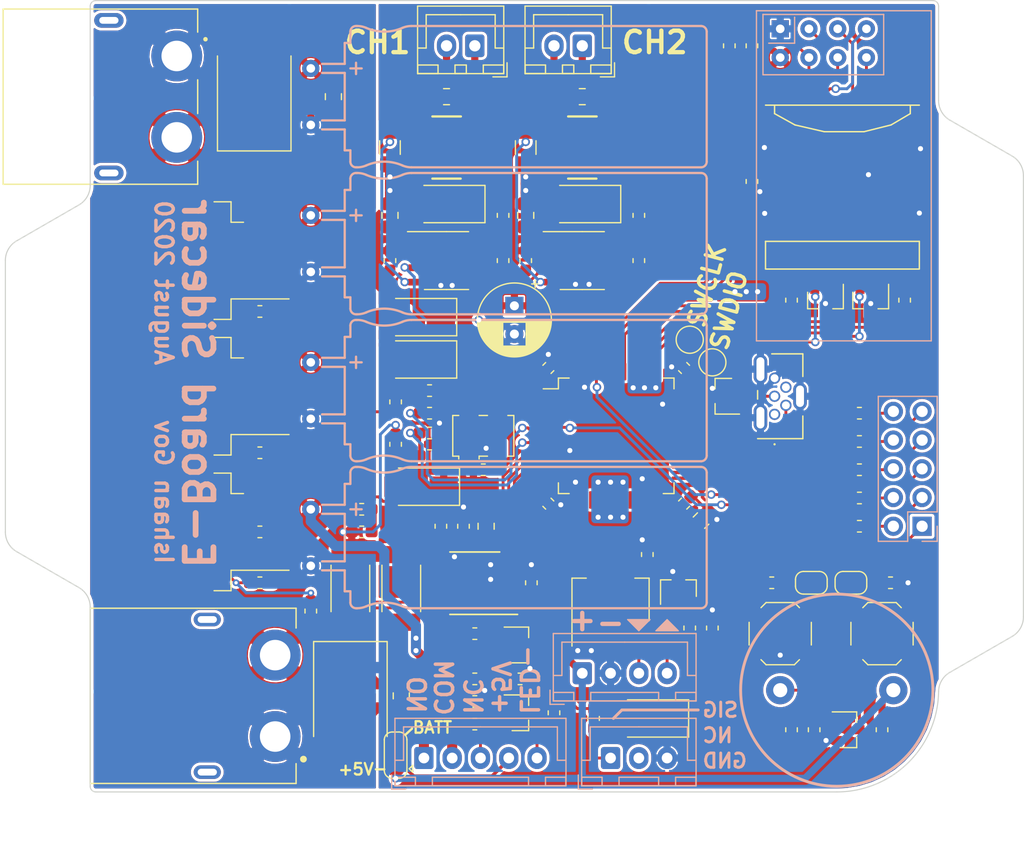
<source format=kicad_pcb>
(kicad_pcb (version 20171130) (host pcbnew "(5.1.4)-1")
  (layers (0 F.Cu signal) (31 B.Cu signal) (34 B.Paste user) (35 F.Paste user) (36 B.SilkS user) (37 F.SilkS user) (38 B.Mask user) (39 F.Mask user) (44 Edge.Cuts user))
  (net 0 "")
  (net 1 "Net-(BZ301-Pad2)")
  (net 2 +5V)
  (net 3 GND)
  (net 4 +3V3)
  (net 5 /COM)
  (net 6 "Net-(C204-Pad1)")
  (net 7 "Net-(C205-Pad1)")
  (net 8 "Net-(C206-Pad2)")
  (net 9 "Net-(C206-Pad1)")
  (net 10 "Net-(C207-Pad2)")
  (net 11 "Net-(C207-Pad1)")
  (net 12 "/LED Drivers/LED_1-")
  (net 13 "/LED Drivers/LED_1+")
  (net 14 "/LED Drivers/LED_2-")
  (net 15 "/LED Drivers/LED_2+")
  (net 16 "Net-(C309-Pad1)")
  (net 17 "Net-(C403-Pad2)")
  (net 18 /Digital/RC_IN)
  (net 19 /Digital/FROM_VESC)
  (net 20 /Digital/TO_VESC)
  (net 21 /Digital/SD_CS)
  (net 22 /Digital/SD_MOSI)
  (net 23 /Digital/SD_SCK)
  (net 24 /Digital/SD_MISO)
  (net 25 "Net-(D305-Pad2)")
  (net 26 "Net-(D305-Pad1)")
  (net 27 /LED-)
  (net 28 /NC)
  (net 29 /NO)
  (net 30 "Net-(J301-Pad1)")
  (net 31 "Net-(J302-Pad4)")
  (net 32 "Net-(J302-Pad3)")
  (net 33 "Net-(JP301-Pad2)")
  (net 34 "Net-(JP301-Pad1)")
  (net 35 "Net-(JP302-Pad2)")
  (net 36 "Net-(JP302-Pad1)")
  (net 37 "Net-(Q301-Pad1)")
  (net 38 /Digital/PB_IN)
  (net 39 "Net-(Q303-Pad1)")
  (net 40 "Net-(Q401-Pad1)")
  (net 41 "Net-(Q402-Pad1)")
  (net 42 "Net-(Q403-Pad1)")
  (net 43 "Net-(R201-Pad2)")
  (net 44 "Net-(R202-Pad2)")
  (net 45 /Digital/RADIO_CS)
  (net 46 /Digital/BUZZER)
  (net 47 /Digital/PB_LED)
  (net 48 /Digital/LED9)
  (net 49 /Digital/LED8)
  (net 50 /Digital/LED7)
  (net 51 /Digital/LED6)
  (net 52 /Digital/LED5)
  (net 53 /Digital/LED4)
  (net 54 /Digital/LED3)
  (net 55 /Digital/LED2)
  (net 56 /Digital/LED1)
  (net 57 /Digital/LED0)
  (net 58 "/Power Stage/DSG_EN")
  (net 59 /Digital/CC_CHAN_1)
  (net 60 /Digital/CC_CHAN_2)
  (net 61 /Digital/RADIO_IRQ)
  (net 62 /Digital/RADIO_MISO)
  (net 63 /Digital/RADIO_MOSI)
  (net 64 /Digital/RADIO_SCK)
  (net 65 /Digital/RADIO_CE)
  (net 66 "Net-(U302-Pad5)")
  (net 67 /Digital/SWDIO)
  (net 68 /Digital/SWCLK)
  (net 69 "Net-(C304-Pad1)")
  (net 70 "/LED Drivers/CC_VCC")
  (net 71 /Digital/BATT_SENSE)
  (net 72 "Net-(C402-Pad1)")
  (net 73 "Net-(C404-Pad2)")
  (net 74 "Net-(C406-Pad1)")
  (net 75 /Digital/SYS_SENSE)
  (net 76 "Net-(R405-Pad1)")
  (net 77 "Net-(R408-Pad1)")
  (net 78 "Net-(R409-Pad1)")
  (net 79 "Net-(J305-Pad10)")
  (net 80 "Net-(J305-Pad8)")
  (net 81 "Net-(J305-Pad6)")
  (net 82 "Net-(J305-Pad4)")
  (net 83 "Net-(J305-Pad2)")
  (net 84 /Digital/BATT+)
  (net 85 /LED+)
  (module Jumper:SolderJumper-3_P1.3mm_Open_RoundedPad1.0x1.5mm (layer F.Cu) (at 127 141.75 90)
    (fp_text reference JP401 hide)
    (fp_text value SolderJumper_3_Open)
    (pad 2 smd rect (at 0 0 90) (size 1 1.5) (layers F.Cu F.Mask) (net 85 /LED+))
    (pad 3 smd custom (at 1.3 0 90) (size 1 0.5) (layers F.Cu F.Mask) (net 84 /Digital/BATT+) (options (clearance outline) (anchor rect)) (primitives (gr_circle (center 0 0.25) (end 0.5 0.25) (width 0)) (gr_circle (center 0 -0.25) (end 0.5 -0.25) (width 0)) (gr_poly (pts (xy -0.55 -0.75) (xy 0 -0.75) (xy 0 0.75) (xy -0.55 0.75)) (width 0))))
    (pad 1 smd custom (at -1.3 0 90) (size 1 0.5) (layers F.Cu F.Mask) (net 2 +5V) (options (clearance outline) (anchor rect)) (primitives (gr_circle (center 0 0.25) (end 0.5 0.25) (width 0)) (gr_circle (center 0 -0.25) (end 0.5 -0.25) (width 0)) (gr_poly (pts (xy 0.55 -0.75) (xy 0 -0.75) (xy 0 0.75) (xy 0.55 0.75)) (width 0))))
  )
  (module Custom-Mechanical:ZipTie-5mm (layer F.Cu) (at 178.75 127.5)
    (fp_text reference H104 hide)
    (fp_text value "Zip Tie" hide)
    (pad "" np_thru_hole oval (at 0 0) (size 5 2) (drill oval 5 2) (layers *.Cu *.Mask))
  )
  (module Custom-Mechanical:ZipTie-5mm (layer F.Cu) (at 178.75 92.5)
    (fp_text reference H103 hide)
    (fp_text value "Zip Tie" hide)
    (pad "" np_thru_hole oval (at 0 0) (size 5 2) (drill oval 5 2) (layers *.Cu *.Mask))
  )
  (module Custom-Mechanical:ZipTie-5mm (layer F.Cu) (at 96.25 120)
    (fp_text reference H102 hide)
    (fp_text value "Zip Tie" hide)
    (pad "" np_thru_hole oval (at 0 0) (size 5 2) (drill oval 5 2) (layers *.Cu *.Mask))
  )
  (module Custom-Mechanical:ZipTie-5mm (layer F.Cu) (at 96.25 100)
    (fp_text reference H101 hide)
    (fp_text value "Zip Tie" hide)
    (pad "" np_thru_hole oval (at 0 0) (size 5 2) (drill oval 5 2) (layers *.Cu *.Mask))
  )
  (module Connector_PinSocket_2.54mm:PinSocket_2x05_P2.54mm_Vertical (layer B.Cu) (at 173.54 121.5)
    (fp_text reference J305 hide)
    (fp_text value Conn_02x05_Odd_Even hide)
    (pad 1 thru_hole rect (at 0 0) (size 1.7 1.7) (drill 1) (layers *.Cu *.Mask) (net 56 /Digital/LED1))
    (pad 2 thru_hole oval (at -2.54 0) (size 1.7 1.7) (drill 1) (layers *.Cu *.Mask) (net 83 "Net-(J305-Pad2)"))
    (pad 3 thru_hole oval (at 0 -2.54) (size 1.7 1.7) (drill 1) (layers *.Cu *.Mask) (net 54 /Digital/LED3))
    (pad 4 thru_hole oval (at -2.54 -2.54) (size 1.7 1.7) (drill 1) (layers *.Cu *.Mask) (net 82 "Net-(J305-Pad4)"))
    (pad 5 thru_hole oval (at 0 -5.08) (size 1.7 1.7) (drill 1) (layers *.Cu *.Mask) (net 52 /Digital/LED5))
    (pad 6 thru_hole oval (at -2.54 -5.08) (size 1.7 1.7) (drill 1) (layers *.Cu *.Mask) (net 81 "Net-(J305-Pad6)"))
    (pad 7 thru_hole oval (at 0 -7.62) (size 1.7 1.7) (drill 1) (layers *.Cu *.Mask) (net 50 /Digital/LED7))
    (pad 8 thru_hole oval (at -2.54 -7.62) (size 1.7 1.7) (drill 1) (layers *.Cu *.Mask) (net 80 "Net-(J305-Pad8)"))
    (pad 9 thru_hole oval (at 0 -10.16) (size 1.7 1.7) (drill 1) (layers *.Cu *.Mask) (net 48 /Digital/LED9))
    (pad 10 thru_hole oval (at -2.54 -10.16) (size 1.7 1.7) (drill 1) (layers *.Cu *.Mask) (net 79 "Net-(J305-Pad10)"))
  )
  (module Resistor_SMD:R_0603_1608Metric_Pad1.05x0.95mm_HandSolder (layer F.Cu) (at 130 111.5 180)
    (fp_text reference R414 hide)
    (fp_text value 10K hide)
    (pad 2 smd roundrect (at 0.875 0 180) (size 1.05 0.95) (layers F.Cu F.Paste F.Mask) (net 75 /Digital/SYS_SENSE))
    (pad 1 smd roundrect (at -0.875 0 180) (size 1.05 0.95) (layers F.Cu F.Paste F.Mask) (net 3 GND))
  )
  (module Resistor_SMD:R_0603_1608Metric_Pad1.05x0.95mm_HandSolder (layer F.Cu) (at 127 110.5 270)
    (fp_text reference R413 hide)
    (fp_text value 100K hide)
    (pad 2 smd roundrect (at 0.875 0 270) (size 1.05 0.95) (layers F.Cu F.Paste F.Mask) (net 5 /COM))
    (pad 1 smd roundrect (at -0.875 0 270) (size 1.05 0.95) (layers F.Cu F.Paste F.Mask) (net 75 /Digital/SYS_SENSE))
  )
  (module Diode_SMD:D_SMA (layer F.Cu) (at 129 106.75 180)
    (fp_text reference D402 hide)
    (fp_text value SS16 hide)
    (pad 2 smd rect (at 2 0 180) (size 2.5 1.8) (layers F.Cu F.Paste F.Mask) (net 75 /Digital/SYS_SENSE))
    (pad 1 smd rect (at -2 0 180) (size 2.5 1.8) (layers F.Cu F.Paste F.Mask) (net 4 +3V3))
  )
  (module Capacitor_SMD:C_0603_1608Metric_Pad1.05x0.95mm_HandSolder (layer F.Cu) (at 130 109.5)
    (fp_text reference C407 hide)
    (fp_text value 10n hide)
    (pad 2 smd roundrect (at 0.875 0) (size 1.05 0.95) (layers F.Cu F.Paste F.Mask) (net 3 GND))
    (pad 1 smd roundrect (at -0.875 0) (size 1.05 0.95) (layers F.Cu F.Paste F.Mask) (net 75 /Digital/SYS_SENSE))
  )
  (module Resistor_SMD:R_0603_1608Metric_Pad1.05x0.95mm_HandSolder (layer F.Cu) (at 168 114 180)
    (fp_text reference R317 hide)
    (fp_text value 68R hide)
    (pad 2 smd roundrect (at 0.875 0 180) (size 1.05 0.95) (layers F.Cu F.Paste F.Mask) (net 51 /Digital/LED6))
    (pad 1 smd roundrect (at -0.875 0 180) (size 1.05 0.95) (layers F.Cu F.Paste F.Mask) (net 80 "Net-(J305-Pad8)"))
  )
  (module Resistor_SMD:R_0603_1608Metric_Pad1.05x0.95mm_HandSolder (layer F.Cu) (at 168 116.5 180)
    (fp_text reference R316 hide)
    (fp_text value 68R hide)
    (pad 2 smd roundrect (at 0.875 0 180) (size 1.05 0.95) (layers F.Cu F.Paste F.Mask) (net 53 /Digital/LED4))
    (pad 1 smd roundrect (at -0.875 0 180) (size 1.05 0.95) (layers F.Cu F.Paste F.Mask) (net 81 "Net-(J305-Pad6)"))
  )
  (module Resistor_SMD:R_0603_1608Metric_Pad1.05x0.95mm_HandSolder (layer F.Cu) (at 168 119 180)
    (fp_text reference R315 hide)
    (fp_text value 68R hide)
    (pad 2 smd roundrect (at 0.875 0 180) (size 1.05 0.95) (layers F.Cu F.Paste F.Mask) (net 55 /Digital/LED2))
    (pad 1 smd roundrect (at -0.875 0 180) (size 1.05 0.95) (layers F.Cu F.Paste F.Mask) (net 82 "Net-(J305-Pad4)"))
  )
  (module Resistor_SMD:R_0603_1608Metric_Pad1.05x0.95mm_HandSolder (layer F.Cu) (at 168 121.5 180)
    (fp_text reference R314 hide)
    (fp_text value 100R hide)
    (pad 2 smd roundrect (at 0.875 0 180) (size 1.05 0.95) (layers F.Cu F.Paste F.Mask) (net 57 /Digital/LED0))
    (pad 1 smd roundrect (at -0.875 0 180) (size 1.05 0.95) (layers F.Cu F.Paste F.Mask) (net 83 "Net-(J305-Pad2)"))
  )
  (module Capacitor_SMD:C_0603_1608Metric_Pad1.05x0.95mm_HandSolder (layer F.Cu) (at 140.5 119.5 315)
    (fp_text reference C306 hide)
    (fp_text value 100n hide)
    (pad 2 smd roundrect (at 0.875 0 315) (size 1.05 0.95) (layers F.Cu F.Paste F.Mask) (net 3 GND))
    (pad 1 smd roundrect (at -0.875 0 315) (size 1.05 0.95) (layers F.Cu F.Paste F.Mask) (net 4 +3V3))
  )
  (module Oscillator:Oscillator_SMD_EuroQuartz_XO53-4Pin_5.0x3.2mm (layer F.Cu) (at 134.75 113.5)
    (fp_text reference X301 hide)
    (fp_text value 8MHz hide)
    (pad 4 smd rect (at -1.27 -1.1) (size 1.4 1.2) (layers F.Cu F.Paste F.Mask) (net 4 +3V3))
    (pad 3 smd rect (at 1.27 -1.1) (size 1.4 1.2) (layers F.Cu F.Paste F.Mask) (net 66 "Net-(U302-Pad5)"))
    (pad 2 smd rect (at 1.27 1.1) (size 1.4 1.2) (layers F.Cu F.Paste F.Mask) (net 3 GND))
    (pad 1 smd rect (at -1.27 1.1) (size 1.4 1.2) (layers F.Cu F.Paste F.Mask) (net 4 +3V3))
  )
  (module Capacitor_SMD:C_0603_1608Metric_Pad1.05x0.95mm_HandSolder (layer F.Cu) (at 134.75 116.5)
    (fp_text reference C303 hide)
    (fp_text value 100n hide)
    (pad 2 smd roundrect (at 0.875 0) (size 1.05 0.95) (layers F.Cu F.Paste F.Mask) (net 3 GND))
    (pad 1 smd roundrect (at -0.875 0) (size 1.05 0.95) (layers F.Cu F.Paste F.Mask) (net 4 +3V3))
  )
  (module TestPoint:TestPoint_Pad_D2.0mm (layer F.Cu) (at 153 105)
    (fp_text reference TP302 hide)
    (fp_text value TestPoint hide)
    (pad 1 smd circle (at 0 0) (size 2 2) (layers F.Cu F.Mask) (net 68 /Digital/SWCLK))
  )
  (module TestPoint:TestPoint_Pad_D2.0mm (layer F.Cu) (at 155 107)
    (fp_text reference TP301 hide)
    (fp_text value TestPoint hide)
    (pad 1 smd circle (at 0 0) (size 2 2) (layers F.Cu F.Mask) (net 67 /Digital/SWDIO))
  )
  (module Connector_JST:JST_XH_B2B-XH-A_1x02_P2.50mm_Vertical (layer F.Cu) (at 143.5 79 180)
    (fp_text reference J103 hide)
    (fp_text value Conn_01x02 hide)
    (pad 2 thru_hole oval (at 2.5 0 180) (size 1.7 2) (drill 1) (layers *.Cu *.Mask) (net 14 "/LED Drivers/LED_2-"))
    (pad 1 thru_hole roundrect (at 0 0 180) (size 1.7 2) (drill 1) (layers *.Cu *.Mask) (roundrect_rratio 0.147059) (net 15 "/LED Drivers/LED_2+"))
  )
  (module Connector_JST:JST_XH_B2B-XH-A_1x02_P2.50mm_Vertical (layer F.Cu) (at 134 79 180)
    (fp_text reference J102 hide)
    (fp_text value Conn_01x02 hide)
    (pad 2 thru_hole oval (at 2.5 0 180) (size 1.7 2) (drill 1) (layers *.Cu *.Mask) (net 12 "/LED Drivers/LED_1-"))
    (pad 1 thru_hole roundrect (at 0 0 180) (size 1.7 2) (drill 1) (layers *.Cu *.Mask) (roundrect_rratio 0.147059) (net 13 "/LED Drivers/LED_1+"))
  )
  (module Daughterboards:nRF24L01_Breakout (layer B.Cu) (at 161 77.5 270)
    (fp_text reference U301 hide)
    (fp_text value NRF24L01_Breakout hide)
    (pad 8 thru_hole circle (at 2.54 -7.62 270) (size 1.524 1.524) (drill 0.762) (layers *.Cu *.Mask) (net 61 /Digital/RADIO_IRQ))
    (pad 7 thru_hole circle (at 0 -7.62 270) (size 1.524 1.524) (drill 0.762) (layers *.Cu *.Mask) (net 62 /Digital/RADIO_MISO))
    (pad 6 thru_hole circle (at 2.54 -5.08 270) (size 1.524 1.524) (drill 0.762) (layers *.Cu *.Mask) (net 63 /Digital/RADIO_MOSI))
    (pad 5 thru_hole circle (at 0 -5.08 270) (size 1.524 1.524) (drill 0.762) (layers *.Cu *.Mask) (net 64 /Digital/RADIO_SCK))
    (pad 4 thru_hole circle (at 2.54 -2.54 270) (size 1.524 1.524) (drill 0.762) (layers *.Cu *.Mask) (net 45 /Digital/RADIO_CS))
    (pad 3 thru_hole circle (at 0 -2.54 270) (size 1.524 1.524) (drill 0.762) (layers *.Cu *.Mask) (net 65 /Digital/RADIO_CE))
    (pad 2 thru_hole circle (at 2.54 0 270) (size 1.524 1.524) (drill 0.762) (layers *.Cu *.Mask) (net 4 +3V3))
    (pad 1 thru_hole rect (at 0 0 270) (size 1.524 1.524) (drill 0.762) (layers *.Cu *.Mask) (net 3 GND))
  )
  (module Custom-IC:SOIC-8-1EP_3.9x4.9mm_P1.27mm_EP2.41x3.3mm (layer F.Cu) (at 143.5 98)
    (fp_text reference U202 hide)
    (fp_text value A6211 hide)
    (pad 8 smd roundrect (at 2.475 -1.905) (size 1.95 0.6) (layers F.Cu F.Paste F.Mask) (net 10 "Net-(C207-Pad2)"))
    (pad 7 smd roundrect (at 2.475 -0.635) (size 1.95 0.6) (layers F.Cu F.Paste F.Mask) (net 11 "Net-(C207-Pad1)"))
    (pad 6 smd roundrect (at 2.475 0.635) (size 1.95 0.6) (layers F.Cu F.Paste F.Mask) (net 3 GND))
    (pad 5 smd roundrect (at 2.475 1.905) (size 1.95 0.6) (layers F.Cu F.Paste F.Mask) (net 7 "Net-(C205-Pad1)"))
    (pad 4 smd roundrect (at -2.475 1.905) (size 1.95 0.6) (layers F.Cu F.Paste F.Mask) (net 14 "/LED Drivers/LED_2-"))
    (pad 3 smd roundrect (at -2.475 0.635) (size 1.95 0.6) (layers F.Cu F.Paste F.Mask) (net 60 /Digital/CC_CHAN_2))
    (pad 2 smd roundrect (at -2.475 -0.635) (size 1.95 0.6) (layers F.Cu F.Paste F.Mask) (net 44 "Net-(R202-Pad2)"))
    (pad 1 smd roundrect (at -2.475 -1.905) (size 1.95 0.6) (layers F.Cu F.Paste F.Mask) (net 70 "/LED Drivers/CC_VCC"))
    (pad 9 smd roundrect (at 0 0) (size 2.41 3.3) (layers F.Cu F.Mask) (roundrect_rratio 0.103734) (net 3 GND))
  )
  (module Custom-IC:SOIC-8-1EP_3.9x4.9mm_P1.27mm_EP2.41x3.3mm (layer F.Cu) (at 131.5 98)
    (fp_text reference U201 hide)
    (fp_text value A6211 hide)
    (pad 8 smd roundrect (at 2.475 -1.905) (size 1.95 0.6) (layers F.Cu F.Paste F.Mask) (net 8 "Net-(C206-Pad2)"))
    (pad 7 smd roundrect (at 2.475 -0.635) (size 1.95 0.6) (layers F.Cu F.Paste F.Mask) (net 9 "Net-(C206-Pad1)"))
    (pad 6 smd roundrect (at 2.475 0.635) (size 1.95 0.6) (layers F.Cu F.Paste F.Mask) (net 3 GND))
    (pad 5 smd roundrect (at 2.475 1.905) (size 1.95 0.6) (layers F.Cu F.Paste F.Mask) (net 6 "Net-(C204-Pad1)"))
    (pad 4 smd roundrect (at -2.475 1.905) (size 1.95 0.6) (layers F.Cu F.Paste F.Mask) (net 12 "/LED Drivers/LED_1-"))
    (pad 3 smd roundrect (at -2.475 0.635) (size 1.95 0.6) (layers F.Cu F.Paste F.Mask) (net 59 /Digital/CC_CHAN_1))
    (pad 2 smd roundrect (at -2.475 -0.635) (size 1.95 0.6) (layers F.Cu F.Paste F.Mask) (net 43 "Net-(R201-Pad2)"))
    (pad 1 smd roundrect (at -2.475 -1.905) (size 1.95 0.6) (layers F.Cu F.Paste F.Mask) (net 70 "/LED Drivers/CC_VCC"))
    (pad 9 smd roundrect (at 0 0) (size 2.41 3.3) (layers F.Cu F.Mask) (roundrect_rratio 0.103734) (net 3 GND))
  )
  (module Package_SO:TSSOP-16_4.4x5mm_P0.65mm (layer F.Cu) (at 134 126.5 180)
    (fp_text reference U401 hide)
    (fp_text value BQ76200 hide)
    (pad 16 smd rect (at 2.95 -2.275 180) (size 1.5 0.45) (layers F.Cu F.Paste F.Mask))
    (pad 15 smd rect (at 2.95 -1.625 180) (size 1.5 0.45) (layers F.Cu F.Paste F.Mask))
    (pad 14 smd rect (at 2.95 -0.975 180) (size 1.5 0.45) (layers F.Cu F.Paste F.Mask))
    (pad 13 smd rect (at 2.95 -0.325 180) (size 1.5 0.45) (layers F.Cu F.Paste F.Mask))
    (pad 12 smd rect (at 2.95 0.325 180) (size 1.5 0.45) (layers F.Cu F.Paste F.Mask) (net 77 "Net-(R408-Pad1)"))
    (pad 11 smd rect (at 2.95 0.975 180) (size 1.5 0.45) (layers F.Cu F.Paste F.Mask) (net 74 "Net-(C406-Pad1)"))
    (pad 10 smd rect (at 2.95 1.625 180) (size 1.5 0.45) (layers F.Cu F.Paste F.Mask))
    (pad 9 smd rect (at 2.95 2.275 180) (size 1.5 0.45) (layers F.Cu F.Paste F.Mask) (net 3 GND))
    (pad 8 smd rect (at -2.95 2.275 180) (size 1.5 0.45) (layers F.Cu F.Paste F.Mask) (net 3 GND))
    (pad 7 smd rect (at -2.95 1.625 180) (size 1.5 0.45) (layers F.Cu F.Paste F.Mask) (net 3 GND))
    (pad 6 smd rect (at -2.95 0.975 180) (size 1.5 0.45) (layers F.Cu F.Paste F.Mask) (net 58 "/Power Stage/DSG_EN"))
    (pad 5 smd rect (at -2.95 0.325 180) (size 1.5 0.45) (layers F.Cu F.Paste F.Mask) (net 3 GND))
    (pad 4 smd rect (at -2.95 -0.325 180) (size 1.5 0.45) (layers F.Cu F.Paste F.Mask) (net 3 GND))
    (pad 3 smd rect (at -2.95 -0.975 180) (size 1.5 0.45) (layers F.Cu F.Paste F.Mask))
    (pad 2 smd rect (at -2.95 -1.625 180) (size 1.5 0.45) (layers F.Cu F.Paste F.Mask) (net 72 "Net-(C402-Pad1)"))
    (pad 1 smd rect (at -2.95 -2.275 180) (size 1.5 0.45) (layers F.Cu F.Paste F.Mask) (net 17 "Net-(C403-Pad2)"))
  )
  (module Package_QFP:LQFP-64_10x10mm_P0.5mm (layer F.Cu) (at 146.5 113.5)
    (fp_text reference U302 hide)
    (fp_text value STM32F401RETx hide)
    (pad 64 smd roundrect (at -3.75 -5.675) (size 0.3 1.55) (layers F.Cu F.Paste F.Mask) (net 4 +3V3))
    (pad 63 smd roundrect (at -3.25 -5.675) (size 0.3 1.55) (layers F.Cu F.Paste F.Mask) (net 3 GND))
    (pad 62 smd roundrect (at -2.75 -5.675) (size 0.3 1.55) (layers F.Cu F.Paste F.Mask) (net 59 /Digital/CC_CHAN_1))
    (pad 61 smd roundrect (at -2.25 -5.675) (size 0.3 1.55) (layers F.Cu F.Paste F.Mask) (net 60 /Digital/CC_CHAN_2))
    (pad 60 smd roundrect (at -1.75 -5.675) (size 0.3 1.55) (layers F.Cu F.Paste F.Mask) (net 35 "Net-(JP302-Pad2)"))
    (pad 59 smd roundrect (at -1.25 -5.675) (size 0.3 1.55) (layers F.Cu F.Paste F.Mask) (net 45 /Digital/RADIO_CS))
    (pad 58 smd roundrect (at -0.75 -5.675) (size 0.3 1.55) (layers F.Cu F.Paste F.Mask) (net 65 /Digital/RADIO_CE))
    (pad 57 smd roundrect (at -0.25 -5.675) (size 0.3 1.55) (layers F.Cu F.Paste F.Mask) (net 63 /Digital/RADIO_MOSI))
    (pad 56 smd roundrect (at 0.25 -5.675) (size 0.3 1.55) (layers F.Cu F.Paste F.Mask) (net 62 /Digital/RADIO_MISO))
    (pad 55 smd roundrect (at 0.75 -5.675) (size 0.3 1.55) (layers F.Cu F.Paste F.Mask) (net 64 /Digital/RADIO_SCK))
    (pad 54 smd roundrect (at 1.25 -5.675) (size 0.3 1.55) (layers F.Cu F.Paste F.Mask) (net 61 /Digital/RADIO_IRQ))
    (pad 53 smd roundrect (at 1.75 -5.675) (size 0.3 1.55) (layers F.Cu F.Paste F.Mask) (net 22 /Digital/SD_MOSI))
    (pad 52 smd roundrect (at 2.25 -5.675) (size 0.3 1.55) (layers F.Cu F.Paste F.Mask) (net 24 /Digital/SD_MISO))
    (pad 51 smd roundrect (at 2.75 -5.675) (size 0.3 1.55) (layers F.Cu F.Paste F.Mask) (net 23 /Digital/SD_SCK))
    (pad 50 smd roundrect (at 3.25 -5.675) (size 0.3 1.55) (layers F.Cu F.Paste F.Mask) (net 21 /Digital/SD_CS))
    (pad 49 smd roundrect (at 3.75 -5.675) (size 0.3 1.55) (layers F.Cu F.Paste F.Mask) (net 68 /Digital/SWCLK))
    (pad 48 smd roundrect (at 5.675 -3.75) (size 1.55 0.3) (layers F.Cu F.Paste F.Mask) (net 4 +3V3))
    (pad 47 smd roundrect (at 5.675 -3.25) (size 1.55 0.3) (layers F.Cu F.Paste F.Mask) (net 3 GND))
    (pad 46 smd roundrect (at 5.675 -2.75) (size 1.55 0.3) (layers F.Cu F.Paste F.Mask) (net 67 /Digital/SWDIO))
    (pad 45 smd roundrect (at 5.675 -2.25) (size 1.55 0.3) (layers F.Cu F.Paste F.Mask) (net 25 "Net-(D305-Pad2)"))
    (pad 44 smd roundrect (at 5.675 -1.75) (size 1.55 0.3) (layers F.Cu F.Paste F.Mask) (net 26 "Net-(D305-Pad1)"))
    (pad 43 smd roundrect (at 5.675 -1.25) (size 1.55 0.3) (layers F.Cu F.Paste F.Mask) (net 49 /Digital/LED8))
    (pad 42 smd roundrect (at 5.675 -0.75) (size 1.55 0.3) (layers F.Cu F.Paste F.Mask) (net 48 /Digital/LED9))
    (pad 41 smd roundrect (at 5.675 -0.25) (size 1.55 0.3) (layers F.Cu F.Paste F.Mask) (net 51 /Digital/LED6))
    (pad 40 smd roundrect (at 5.675 0.25) (size 1.55 0.3) (layers F.Cu F.Paste F.Mask) (net 50 /Digital/LED7))
    (pad 39 smd roundrect (at 5.675 0.75) (size 1.55 0.3) (layers F.Cu F.Paste F.Mask) (net 53 /Digital/LED4))
    (pad 38 smd roundrect (at 5.675 1.25) (size 1.55 0.3) (layers F.Cu F.Paste F.Mask) (net 52 /Digital/LED5))
    (pad 37 smd roundrect (at 5.675 1.75) (size 1.55 0.3) (layers F.Cu F.Paste F.Mask) (net 55 /Digital/LED2))
    (pad 36 smd roundrect (at 5.675 2.25) (size 1.55 0.3) (layers F.Cu F.Paste F.Mask) (net 54 /Digital/LED3))
    (pad 35 smd roundrect (at 5.675 2.75) (size 1.55 0.3) (layers F.Cu F.Paste F.Mask) (net 57 /Digital/LED0))
    (pad 34 smd roundrect (at 5.675 3.25) (size 1.55 0.3) (layers F.Cu F.Paste F.Mask) (net 56 /Digital/LED1))
    (pad 33 smd roundrect (at 5.675 3.75) (size 1.55 0.3) (layers F.Cu F.Paste F.Mask))
    (pad 32 smd roundrect (at 3.75 5.675) (size 0.3 1.55) (layers F.Cu F.Paste F.Mask) (net 4 +3V3))
    (pad 31 smd roundrect (at 3.25 5.675) (size 0.3 1.55) (layers F.Cu F.Paste F.Mask) (net 3 GND))
    (pad 30 smd roundrect (at 2.75 5.675) (size 0.3 1.55) (layers F.Cu F.Paste F.Mask) (net 69 "Net-(C304-Pad1)"))
    (pad 29 smd roundrect (at 2.25 5.675) (size 0.3 1.55) (layers F.Cu F.Paste F.Mask) (net 46 /Digital/BUZZER))
    (pad 28 smd roundrect (at 1.75 5.675) (size 0.3 1.55) (layers F.Cu F.Paste F.Mask))
    (pad 27 smd roundrect (at 1.25 5.675) (size 0.3 1.55) (layers F.Cu F.Paste F.Mask))
    (pad 26 smd roundrect (at 0.75 5.675) (size 0.3 1.55) (layers F.Cu F.Paste F.Mask))
    (pad 25 smd roundrect (at 0.25 5.675) (size 0.3 1.55) (layers F.Cu F.Paste F.Mask))
    (pad 24 smd roundrect (at -0.25 5.675) (size 0.3 1.55) (layers F.Cu F.Paste F.Mask))
    (pad 23 smd roundrect (at -0.75 5.675) (size 0.3 1.55) (layers F.Cu F.Paste F.Mask))
    (pad 22 smd roundrect (at -1.25 5.675) (size 0.3 1.55) (layers F.Cu F.Paste F.Mask))
    (pad 21 smd roundrect (at -1.75 5.675) (size 0.3 1.55) (layers F.Cu F.Paste F.Mask))
    (pad 20 smd roundrect (at -2.25 5.675) (size 0.3 1.55) (layers F.Cu F.Paste F.Mask))
    (pad 19 smd roundrect (at -2.75 5.675) (size 0.3 1.55) (layers F.Cu F.Paste F.Mask) (net 4 +3V3))
    (pad 18 smd roundrect (at -3.25 5.675) (size 0.3 1.55) (layers F.Cu F.Paste F.Mask) (net 3 GND))
    (pad 17 smd roundrect (at -3.75 5.675) (size 0.3 1.55) (layers F.Cu F.Paste F.Mask) (net 19 /Digital/FROM_VESC))
    (pad 16 smd roundrect (at -5.675 3.75) (size 1.55 0.3) (layers F.Cu F.Paste F.Mask) (net 20 /Digital/TO_VESC))
    (pad 15 smd roundrect (at -5.675 3.25) (size 1.55 0.3) (layers F.Cu F.Paste F.Mask) (net 18 /Digital/RC_IN))
    (pad 14 smd roundrect (at -5.675 2.75) (size 1.55 0.3) (layers F.Cu F.Paste F.Mask) (net 47 /Digital/PB_LED))
    (pad 13 smd roundrect (at -5.675 2.25) (size 1.55 0.3) (layers F.Cu F.Paste F.Mask) (net 4 +3V3))
    (pad 12 smd roundrect (at -5.675 1.75) (size 1.55 0.3) (layers F.Cu F.Paste F.Mask) (net 3 GND))
    (pad 11 smd roundrect (at -5.675 1.25) (size 1.55 0.3) (layers F.Cu F.Paste F.Mask) (net 38 /Digital/PB_IN))
    (pad 10 smd roundrect (at -5.675 0.75) (size 1.55 0.3) (layers F.Cu F.Paste F.Mask) (net 58 "/Power Stage/DSG_EN"))
    (pad 9 smd roundrect (at -5.675 0.25) (size 1.55 0.3) (layers F.Cu F.Paste F.Mask) (net 71 /Digital/BATT_SENSE))
    (pad 8 smd roundrect (at -5.675 -0.25) (size 1.55 0.3) (layers F.Cu F.Paste F.Mask) (net 75 /Digital/SYS_SENSE))
    (pad 7 smd roundrect (at -5.675 -0.75) (size 1.55 0.3) (layers F.Cu F.Paste F.Mask) (net 33 "Net-(JP301-Pad2)"))
    (pad 6 smd roundrect (at -5.675 -1.25) (size 1.55 0.3) (layers F.Cu F.Paste F.Mask))
    (pad 5 smd roundrect (at -5.675 -1.75) (size 1.55 0.3) (layers F.Cu F.Paste F.Mask) (net 66 "Net-(U302-Pad5)"))
    (pad 4 smd roundrect (at -5.675 -2.25) (size 1.55 0.3) (layers F.Cu F.Paste F.Mask))
    (pad 3 smd roundrect (at -5.675 -2.75) (size 1.55 0.3) (layers F.Cu F.Paste F.Mask))
    (pad 2 smd roundrect (at -5.675 -3.25) (size 1.55 0.3) (layers F.Cu F.Paste F.Mask))
    (pad 1 smd roundrect (at -5.675 -3.75) (size 1.55 0.3) (layers F.Cu F.Paste F.Mask) (net 4 +3V3))
  )
  (module Package_TO_SOT_SMD:SOT-223-3_TabPin2 (layer F.Cu) (at 146 128 90)
    (fp_text reference U101 hide)
    (fp_text value AZ1117-3.3 hide)
    (pad 1 smd rect (at -3.15 -2.3 90) (size 2 1.5) (layers F.Cu F.Paste F.Mask) (net 3 GND))
    (pad 3 smd rect (at -3.15 2.3 90) (size 2 1.5) (layers F.Cu F.Paste F.Mask) (net 2 +5V))
    (pad 2 smd rect (at -3.15 0 90) (size 2 1.5) (layers F.Cu F.Paste F.Mask) (net 4 +3V3))
    (pad 2 smd rect (at 3.15 0 90) (size 2 3.8) (layers F.Cu F.Paste F.Mask) (net 4 +3V3))
  )
  (module Button_Switch_SMD:SW_SPST_TL3342 (layer F.Cu) (at 170 131 180)
    (fp_text reference SW302 hide)
    (fp_text value SW_Push hide)
    (pad 1 smd rect (at -3.15 -1.9 180) (size 1.7 1) (layers F.Cu F.Paste F.Mask) (net 4 +3V3))
    (pad 1 smd rect (at 3.15 -1.9 180) (size 1.7 1) (layers F.Cu F.Paste F.Mask) (net 4 +3V3))
    (pad 2 smd rect (at -3.15 1.9 180) (size 1.7 1) (layers F.Cu F.Paste F.Mask) (net 36 "Net-(JP302-Pad1)"))
    (pad 2 smd rect (at 3.15 1.9 180) (size 1.7 1) (layers F.Cu F.Paste F.Mask) (net 36 "Net-(JP302-Pad1)"))
  )
  (module Button_Switch_SMD:SW_SPST_TL3342 (layer F.Cu) (at 161 131 180)
    (fp_text reference SW301 hide)
    (fp_text value SW_Push hide)
    (pad 1 smd rect (at -3.15 -1.9 180) (size 1.7 1) (layers F.Cu F.Paste F.Mask) (net 3 GND))
    (pad 1 smd rect (at 3.15 -1.9 180) (size 1.7 1) (layers F.Cu F.Paste F.Mask) (net 3 GND))
    (pad 2 smd rect (at -3.15 1.9 180) (size 1.7 1) (layers F.Cu F.Paste F.Mask) (net 34 "Net-(JP301-Pad1)"))
    (pad 2 smd rect (at 3.15 1.9 180) (size 1.7 1) (layers F.Cu F.Paste F.Mask) (net 34 "Net-(JP301-Pad1)"))
  )
  (module Resistor_SMD:R_2512_6332Metric_Pad1.52x3.35mm_HandSolder (layer F.Cu) (at 127.5 127 90)
    (fp_text reference R412 hide)
    (fp_text value "33R 1W" hide)
    (pad 2 smd roundrect (at 2.9875 0 90) (size 1.525 3.35) (layers F.Cu F.Paste F.Mask) (roundrect_rratio 0.163934) (net 78 "Net-(R409-Pad1)"))
    (pad 1 smd roundrect (at -2.9875 0 90) (size 1.525 3.35) (layers F.Cu F.Paste F.Mask) (roundrect_rratio 0.163934) (net 29 /NO))
  )
  (module Resistor_SMD:R_2512_6332Metric_Pad1.52x3.35mm_HandSolder (layer F.Cu) (at 123 127 270)
    (fp_text reference R409 hide)
    (fp_text value "33R 1W" hide)
    (pad 2 smd roundrect (at 2.9875 0 270) (size 1.525 3.35) (layers F.Cu F.Paste F.Mask) (roundrect_rratio 0.163934) (net 84 /Digital/BATT+))
    (pad 1 smd roundrect (at -2.9875 0 270) (size 1.525 3.35) (layers F.Cu F.Paste F.Mask) (roundrect_rratio 0.163934) (net 78 "Net-(R409-Pad1)"))
  )
  (module Resistor_SMD:R_0603_1608Metric_Pad1.05x0.95mm_HandSolder (layer F.Cu) (at 130 113.25 180)
    (fp_text reference R402 hide)
    (fp_text value 10K hide)
    (pad 2 smd roundrect (at 0.875 0 180) (size 1.05 0.95) (layers F.Cu F.Paste F.Mask) (net 71 /Digital/BATT_SENSE))
    (pad 1 smd roundrect (at -0.875 0 180) (size 1.05 0.95) (layers F.Cu F.Paste F.Mask) (net 3 GND))
  )
  (module Resistor_SMD:R_0603_1608Metric_Pad1.05x0.95mm_HandSolder (layer F.Cu) (at 127 114.25 90)
    (fp_text reference R401 hide)
    (fp_text value 100K hide)
    (pad 2 smd roundrect (at 0.875 0 90) (size 1.05 0.95) (layers F.Cu F.Paste F.Mask) (net 84 /Digital/BATT+))
    (pad 1 smd roundrect (at -0.875 0 90) (size 1.05 0.95) (layers F.Cu F.Paste F.Mask) (net 71 /Digital/BATT_SENSE))
  )
  (module Resistor_SMD:R_0603_1608Metric_Pad1.05x0.95mm_HandSolder (layer F.Cu) (at 131 121.5 90)
    (fp_text reference R411 hide)
    (fp_text value 100R hide)
    (pad 2 smd roundrect (at 0.875 0 90) (size 1.05 0.95) (layers F.Cu F.Paste F.Mask) (net 5 /COM))
    (pad 1 smd roundrect (at -0.875 0 90) (size 1.05 0.95) (layers F.Cu F.Paste F.Mask) (net 74 "Net-(C406-Pad1)"))
  )
  (module Resistor_SMD:R_0603_1608Metric_Pad1.05x0.95mm_HandSolder (layer F.Cu) (at 115 122 180)
    (fp_text reference R410 hide)
    (fp_text value 10M hide)
    (pad 2 smd roundrect (at 0.875 0 180) (size 1.05 0.95) (layers F.Cu F.Paste F.Mask) (net 76 "Net-(R405-Pad1)"))
    (pad 1 smd roundrect (at -0.875 0 180) (size 1.05 0.95) (layers F.Cu F.Paste F.Mask) (net 5 /COM))
  )
  (module Resistor_SMD:R_0603_1608Metric_Pad1.05x0.95mm_HandSolder (layer F.Cu) (at 119.5 129 90)
    (fp_text reference R408 hide)
    (fp_text value 100R hide)
    (pad 2 smd roundrect (at 0.875 0 90) (size 1.05 0.95) (layers F.Cu F.Paste F.Mask) (net 76 "Net-(R405-Pad1)"))
    (pad 1 smd roundrect (at -0.875 0 90) (size 1.05 0.95) (layers F.Cu F.Paste F.Mask) (net 77 "Net-(R408-Pad1)"))
  )
  (module Resistor_SMD:R_0603_1608Metric_Pad1.05x0.95mm_HandSolder (layer F.Cu) (at 115 102.5)
    (fp_text reference R407 hide)
    (fp_text value 27R hide)
    (pad 2 smd roundrect (at 0.875 0) (size 1.05 0.95) (layers F.Cu F.Paste F.Mask) (net 42 "Net-(Q403-Pad1)"))
    (pad 1 smd roundrect (at -0.875 0) (size 1.05 0.95) (layers F.Cu F.Paste F.Mask) (net 76 "Net-(R405-Pad1)"))
  )
  (module Resistor_SMD:R_0603_1608Metric_Pad1.05x0.95mm_HandSolder (layer F.Cu) (at 115 115)
    (fp_text reference R406 hide)
    (fp_text value 27R hide)
    (pad 2 smd roundrect (at 0.875 0) (size 1.05 0.95) (layers F.Cu F.Paste F.Mask) (net 41 "Net-(Q402-Pad1)"))
    (pad 1 smd roundrect (at -0.875 0) (size 1.05 0.95) (layers F.Cu F.Paste F.Mask) (net 76 "Net-(R405-Pad1)"))
  )
  (module Resistor_SMD:R_0603_1608Metric_Pad1.05x0.95mm_HandSolder (layer F.Cu) (at 115 126.5)
    (fp_text reference R405 hide)
    (fp_text value 27R hide)
    (pad 2 smd roundrect (at 0.875 0) (size 1.05 0.95) (layers F.Cu F.Paste F.Mask) (net 40 "Net-(Q401-Pad1)"))
    (pad 1 smd roundrect (at -0.875 0) (size 1.05 0.95) (layers F.Cu F.Paste F.Mask) (net 76 "Net-(R405-Pad1)"))
  )
  (module Resistor_SMD:R_0603_1608Metric_Pad1.05x0.95mm_HandSolder (layer F.Cu) (at 134 131 180)
    (fp_text reference R404 hide)
    (fp_text value 100R hide)
    (pad 2 smd roundrect (at 0.875 0 180) (size 1.05 0.95) (layers F.Cu F.Paste F.Mask) (net 84 /Digital/BATT+))
    (pad 1 smd roundrect (at -0.875 0 180) (size 1.05 0.95) (layers F.Cu F.Paste F.Mask) (net 72 "Net-(C402-Pad1)"))
  )
  (module Resistor_SMD:R_0603_1608Metric_Pad1.05x0.95mm_HandSolder (layer F.Cu) (at 134 139 180)
    (fp_text reference R320 hide)
    (fp_text value 240K hide)
    (pad 2 smd roundrect (at 0.875 0 180) (size 1.05 0.95) (layers F.Cu F.Paste F.Mask) (net 16 "Net-(C309-Pad1)"))
    (pad 1 smd roundrect (at -0.875 0 180) (size 1.05 0.95) (layers F.Cu F.Paste F.Mask) (net 28 /NC))
  )
  (module Resistor_SMD:R_0603_1608Metric_Pad1.05x0.95mm_HandSolder (layer F.Cu) (at 168 111.5)
    (fp_text reference R318 hide)
    (fp_text value 68R hide)
    (pad 2 smd roundrect (at 0.875 0) (size 1.05 0.95) (layers F.Cu F.Paste F.Mask) (net 79 "Net-(J305-Pad10)"))
    (pad 1 smd roundrect (at -0.875 0) (size 1.05 0.95) (layers F.Cu F.Paste F.Mask) (net 49 /Digital/LED8))
  )
  (module Resistor_SMD:R_0603_1608Metric_Pad1.05x0.95mm_HandSolder (layer F.Cu) (at 134 135 180)
    (fp_text reference R319 hide)
    (fp_text value 100K hide)
    (pad 2 smd roundrect (at 0.875 0 180) (size 1.05 0.95) (layers F.Cu F.Paste F.Mask) (net 16 "Net-(C309-Pad1)"))
    (pad 1 smd roundrect (at -0.875 0 180) (size 1.05 0.95) (layers F.Cu F.Paste F.Mask) (net 3 GND))
  )
  (module Resistor_SMD:R_0603_1608Metric_Pad1.05x0.95mm_HandSolder (layer F.Cu) (at 138 135 180)
    (fp_text reference R313 hide)
    (fp_text value 100K hide)
    (pad 2 smd roundrect (at 0.875 0 180) (size 1.05 0.95) (layers F.Cu F.Paste F.Mask) (net 39 "Net-(Q303-Pad1)"))
    (pad 1 smd roundrect (at -0.875 0 180) (size 1.05 0.95) (layers F.Cu F.Paste F.Mask) (net 3 GND))
  )
  (module Resistor_SMD:R_0603_1608Metric_Pad1.05x0.95mm_HandSolder (layer F.Cu) (at 141 138 270)
    (fp_text reference R312 hide)
    (fp_text value 100R hide)
    (pad 2 smd roundrect (at 0.875 0 270) (size 1.05 0.95) (layers F.Cu F.Paste F.Mask) (net 39 "Net-(Q303-Pad1)"))
    (pad 1 smd roundrect (at -0.875 0 270) (size 1.05 0.95) (layers F.Cu F.Paste F.Mask) (net 47 /Digital/PB_LED))
  )
  (module Resistor_SMD:R_0603_1608Metric_Pad1.05x0.95mm_HandSolder (layer F.Cu) (at 164 139.5 90)
    (fp_text reference R311 hide)
    (fp_text value 100K hide)
    (pad 1 smd roundrect (at -0.875 0 90) (size 1.05 0.95) (layers F.Cu F.Paste F.Mask) (net 3 GND))
    (pad 2 smd roundrect (at 0.875 0 90) (size 1.05 0.95) (layers F.Cu F.Paste F.Mask) (net 37 "Net-(Q301-Pad1)"))
  )
  (module Resistor_SMD:R_0603_1608Metric_Pad1.05x0.95mm_HandSolder (layer F.Cu) (at 170 139.5 90)
    (fp_text reference R310 hide)
    (fp_text value 1K hide)
    (pad 1 smd roundrect (at -0.875 0 90) (size 1.05 0.95) (layers F.Cu F.Paste F.Mask) (net 1 "Net-(BZ301-Pad2)"))
    (pad 2 smd roundrect (at 0.875 0 90) (size 1.05 0.95) (layers F.Cu F.Paste F.Mask) (net 2 +5V))
  )
  (module Resistor_SMD:R_0603_1608Metric_Pad1.05x0.95mm_HandSolder (layer F.Cu) (at 162 139.5 90)
    (fp_text reference R309 hide)
    (fp_text value 100R hide)
    (pad 1 smd roundrect (at -0.875 0 90) (size 1.05 0.95) (layers F.Cu F.Paste F.Mask) (net 46 /Digital/BUZZER))
    (pad 2 smd roundrect (at 0.875 0 90) (size 1.05 0.95) (layers F.Cu F.Paste F.Mask) (net 37 "Net-(Q301-Pad1)"))
  )
  (module Resistor_SMD:R_0603_1608Metric_Pad1.05x0.95mm_HandSolder (layer F.Cu) (at 160.25 126.5 180)
    (fp_text reference R308 hide)
    (fp_text value 10K hide)
    (pad 1 smd roundrect (at -0.875 0 180) (size 1.05 0.95) (layers F.Cu F.Paste F.Mask) (net 33 "Net-(JP301-Pad2)"))
    (pad 2 smd roundrect (at 0.875 0 180) (size 1.05 0.95) (layers F.Cu F.Paste F.Mask) (net 4 +3V3))
  )
  (module Resistor_SMD:R_0603_1608Metric_Pad1.05x0.95mm_HandSolder (layer F.Cu) (at 170.75 126.5 180)
    (fp_text reference R307 hide)
    (fp_text value 10K hide)
    (pad 1 smd roundrect (at -0.875 0 180) (size 1.05 0.95) (layers F.Cu F.Paste F.Mask) (net 3 GND))
    (pad 2 smd roundrect (at 0.875 0 180) (size 1.05 0.95) (layers F.Cu F.Paste F.Mask) (net 35 "Net-(JP302-Pad2)"))
  )
  (module Resistor_SMD:R_0603_1608Metric_Pad1.05x0.95mm_HandSolder (layer F.Cu) (at 172 101.5 270)
    (fp_text reference R306 hide)
    (fp_text value 10K hide)
    (pad 2 smd roundrect (at 0.875 0 270) (size 1.05 0.95) (layers F.Cu F.Paste F.Mask) (net 4 +3V3))
    (pad 1 smd roundrect (at -0.875 0 270) (size 1.05 0.95) (layers F.Cu F.Paste F.Mask) (net 24 /Digital/SD_MISO))
  )
  (module Resistor_SMD:R_0603_1608Metric_Pad1.05x0.95mm_HandSolder (layer F.Cu) (at 162 101.5 270)
    (fp_text reference R305 hide)
    (fp_text value 10K hide)
    (pad 2 smd roundrect (at 0.875 0 270) (size 1.05 0.95) (layers F.Cu F.Paste F.Mask) (net 4 +3V3))
    (pad 1 smd roundrect (at -0.875 0 270) (size 1.05 0.95) (layers F.Cu F.Paste F.Mask) (net 21 /Digital/SD_CS))
  )
  (module Resistor_SMD:R_0603_1608Metric_Pad1.05x0.95mm_HandSolder (layer F.Cu) (at 156.5 79 270)
    (fp_text reference R304 hide)
    (fp_text value 10K hide)
    (pad 2 smd roundrect (at 0.875 0 270) (size 1.05 0.95) (layers F.Cu F.Paste F.Mask) (net 4 +3V3))
    (pad 1 smd roundrect (at -0.875 0 270) (size 1.05 0.95) (layers F.Cu F.Paste F.Mask) (net 45 /Digital/RADIO_CS))
  )
  (module Resistor_SMD:R_0603_1608Metric_Pad1.05x0.95mm_HandSolder (layer F.Cu) (at 153 130.5 270)
    (fp_text reference R303 hide)
    (fp_text value 27R hide)
    (pad 2 smd roundrect (at 0.875 0 270) (size 1.05 0.95) (layers F.Cu F.Paste F.Mask) (net 31 "Net-(J302-Pad4)"))
    (pad 1 smd roundrect (at -0.875 0 270) (size 1.05 0.95) (layers F.Cu F.Paste F.Mask) (net 19 /Digital/FROM_VESC))
  )
  (module Resistor_SMD:R_0603_1608Metric_Pad1.05x0.95mm_HandSolder (layer F.Cu) (at 151 130.5 90)
    (fp_text reference R302 hide)
    (fp_text value 27R hide)
    (pad 2 smd roundrect (at 0.875 0 90) (size 1.05 0.95) (layers F.Cu F.Paste F.Mask) (net 20 /Digital/TO_VESC))
    (pad 1 smd roundrect (at -0.875 0 90) (size 1.05 0.95) (layers F.Cu F.Paste F.Mask) (net 32 "Net-(J302-Pad3)"))
  )
  (module Resistor_SMD:R_0603_1608Metric_Pad1.05x0.95mm_HandSolder (layer F.Cu) (at 144.5 138.5 270)
    (fp_text reference R301 hide)
    (fp_text value 1K hide)
    (pad 2 smd roundrect (at 0.875 0 270) (size 1.05 0.95) (layers F.Cu F.Paste F.Mask) (net 30 "Net-(J301-Pad1)"))
    (pad 1 smd roundrect (at -0.875 0 270) (size 1.05 0.95) (layers F.Cu F.Paste F.Mask) (net 18 /Digital/RC_IN))
  )
  (module Resistor_SMD:R_1206_3216Metric_Pad1.42x1.75mm_HandSolder (layer F.Cu) (at 138.5 88 270)
    (fp_text reference R204 hide)
    (fp_text value 0.68R hide)
    (pad 2 smd roundrect (at 1.4875 0 270) (size 1.425 1.75) (layers F.Cu F.Paste F.Mask) (roundrect_rratio 0.175439) (net 3 GND))
    (pad 1 smd roundrect (at -1.4875 0 270) (size 1.425 1.75) (layers F.Cu F.Paste F.Mask) (roundrect_rratio 0.175439) (net 14 "/LED Drivers/LED_2-"))
  )
  (module Resistor_SMD:R_1206_3216Metric_Pad1.42x1.75mm_HandSolder (layer F.Cu) (at 126.5 88 270)
    (fp_text reference R203 hide)
    (fp_text value 0.68R hide)
    (pad 2 smd roundrect (at 1.4875 0 270) (size 1.425 1.75) (layers F.Cu F.Paste F.Mask) (roundrect_rratio 0.175439) (net 3 GND))
    (pad 1 smd roundrect (at -1.4875 0 270) (size 1.425 1.75) (layers F.Cu F.Paste F.Mask) (roundrect_rratio 0.175439) (net 12 "/LED Drivers/LED_1-"))
  )
  (module Resistor_SMD:R_0603_1608Metric_Pad1.05x0.95mm_HandSolder (layer F.Cu) (at 138.5 98 270)
    (fp_text reference R202 hide)
    (fp_text value 47k hide)
    (pad 2 smd roundrect (at 0.875 0 270) (size 1.05 0.95) (layers F.Cu F.Paste F.Mask) (net 44 "Net-(R202-Pad2)"))
    (pad 1 smd roundrect (at -0.875 0 270) (size 1.05 0.95) (layers F.Cu F.Paste F.Mask) (net 70 "/LED Drivers/CC_VCC"))
  )
  (module Resistor_SMD:R_0603_1608Metric_Pad1.05x0.95mm_HandSolder (layer F.Cu) (at 126.5 98 270)
    (fp_text reference R201 hide)
    (fp_text value 47k hide)
    (pad 2 smd roundrect (at 0.875 0 270) (size 1.05 0.95) (layers F.Cu F.Paste F.Mask) (net 43 "Net-(R201-Pad2)"))
    (pad 1 smd roundrect (at -0.875 0 270) (size 1.05 0.95) (layers F.Cu F.Paste F.Mask) (net 70 "/LED Drivers/CC_VCC"))
  )
  (module Package_TO_SOT_SMD:TO-263-2 (layer F.Cu) (at 109.5 98 180)
    (fp_text reference Q403 hide)
    (fp_text value HY3606 hide)
    (pad 2 smd rect (at 3.375 0 180) (size 9.399999 10.800001) (layers F.Cu F.Mask) (net 84 /Digital/BATT+) (thermal_gap 0.1524))
    (pad 3 smd rect (at -5.775 2.54 180) (size 4.600001 1.1) (layers F.Cu F.Paste F.Mask) (net 5 /COM) (thermal_gap 0.1524))
    (pad 1 smd rect (at -5.775 -2.54 180) (size 4.6 1.1) (layers F.Cu F.Paste F.Mask) (net 42 "Net-(Q403-Pad1)"))
  )
  (module Package_TO_SOT_SMD:TO-263-2 (layer F.Cu) (at 109.5 110 180)
    (fp_text reference Q402 hide)
    (fp_text value HY3606 hide)
    (pad 2 smd rect (at 3.375 0 180) (size 9.399999 10.800001) (layers F.Cu F.Mask) (net 84 /Digital/BATT+) (thermal_gap 0.1524))
    (pad 3 smd rect (at -5.775 2.54 180) (size 4.600001 1.1) (layers F.Cu F.Paste F.Mask) (net 5 /COM) (thermal_gap 0.1524))
    (pad 1 smd rect (at -5.775 -2.54 180) (size 4.6 1.1) (layers F.Cu F.Paste F.Mask) (net 41 "Net-(Q402-Pad1)"))
  )
  (module Package_TO_SOT_SMD:TO-263-2 (layer F.Cu) (at 109.5 122 180)
    (fp_text reference Q401 hide)
    (fp_text value HY3606 hide)
    (pad 2 smd rect (at 3.375 0 180) (size 9.399999 10.800001) (layers F.Cu F.Mask) (net 84 /Digital/BATT+) (thermal_gap 0.1524))
    (pad 3 smd rect (at -5.775 2.54 180) (size 4.600001 1.1) (layers F.Cu F.Paste F.Mask) (net 5 /COM) (thermal_gap 0.1524))
    (pad 1 smd rect (at -5.775 -2.54 180) (size 4.6 1.1) (layers F.Cu F.Paste F.Mask) (net 40 "Net-(Q401-Pad1)"))
  )
  (module Package_TO_SOT_SMD:SOT-23 (layer F.Cu) (at 138 138)
    (fp_text reference Q303 hide)
    (fp_text value 2N7002 hide)
    (pad 3 smd rect (at 1 0) (size 0.9 0.8) (layers F.Cu F.Paste F.Mask) (net 27 /LED-))
    (pad 2 smd rect (at -1 0.95) (size 0.9 0.8) (layers F.Cu F.Paste F.Mask) (net 3 GND))
    (pad 1 smd rect (at -1 -0.95) (size 0.9 0.8) (layers F.Cu F.Paste F.Mask) (net 39 "Net-(Q303-Pad1)"))
  )
  (module Package_TO_SOT_SMD:SOT-23 (layer F.Cu) (at 138 132)
    (fp_text reference Q302 hide)
    (fp_text value 2N7002 hide)
    (pad 3 smd rect (at 1 0) (size 0.9 0.8) (layers F.Cu F.Paste F.Mask) (net 38 /Digital/PB_IN))
    (pad 2 smd rect (at -1 0.95) (size 0.9 0.8) (layers F.Cu F.Paste F.Mask) (net 3 GND))
    (pad 1 smd rect (at -1 -0.95) (size 0.9 0.8) (layers F.Cu F.Paste F.Mask) (net 16 "Net-(C309-Pad1)"))
  )
  (module Package_TO_SOT_SMD:SOT-23 (layer F.Cu) (at 167 139.5)
    (fp_text reference Q301 hide)
    (fp_text value 2N7002 hide)
    (pad 1 smd rect (at -1 -0.95) (size 0.9 0.8) (layers F.Cu F.Paste F.Mask) (net 37 "Net-(Q301-Pad1)"))
    (pad 2 smd rect (at -1 0.95) (size 0.9 0.8) (layers F.Cu F.Paste F.Mask) (net 3 GND))
    (pad 3 smd rect (at 1 0) (size 0.9 0.8) (layers F.Cu F.Paste F.Mask) (net 1 "Net-(BZ301-Pad2)"))
  )
  (module Custom-RLC:SMNR6028 (layer F.Cu) (at 143.5 88)
    (fp_text reference L202 hide)
    (fp_text value 100u hide)
    (pad 2 smd roundrect (at -2.25 0 180) (size 2 5.7) (drill (offset 0.15 0)) (layers F.Cu F.Paste F.Mask) (roundrect_rratio 0.08800000000000001) (net 15 "/LED Drivers/LED_2+"))
    (pad 1 smd roundrect (at 2.25 0) (size 2 5.7) (drill (offset 0.15 0)) (layers F.Cu F.Paste F.Mask) (roundrect_rratio 0.08800000000000001) (net 10 "Net-(C207-Pad2)"))
  )
  (module Custom-RLC:SMNR6028 (layer F.Cu) (at 131.5 88)
    (fp_text reference L201 hide)
    (fp_text value 100u hide)
    (pad 2 smd roundrect (at -2.25 0 180) (size 2 5.7) (drill (offset 0.15 0)) (layers F.Cu F.Paste F.Mask) (roundrect_rratio 0.08800000000000001) (net 13 "/LED Drivers/LED_1+"))
    (pad 1 smd roundrect (at 2.25 0) (size 2 5.7) (drill (offset 0.15 0)) (layers F.Cu F.Paste F.Mask) (roundrect_rratio 0.08800000000000001) (net 8 "Net-(C206-Pad2)"))
  )
  (module Jumper:SolderJumper-2_P1.3mm_Open_RoundedPad1.0x1.5mm (layer F.Cu) (at 167.25 126.5)
    (fp_text reference JP302 hide)
    (fp_text value SolderJumper_2_Open hide)
    (pad 1 smd custom (at -0.65 0) (size 1 0.5) (layers F.Cu F.Mask) (net 36 "Net-(JP302-Pad1)") (options (clearance outline) (anchor rect)) (primitives (gr_circle (center 0 0.25) (end 0.5 0.25) (width 0)) (gr_circle (center 0 -0.25) (end 0.5 -0.25) (width 0)) (gr_poly (pts (xy 0 -0.75) (xy 0.5 -0.75) (xy 0.5 0.75) (xy 0 0.75)) (width 0))))
    (pad 2 smd custom (at 0.65 0) (size 1 0.5) (layers F.Cu F.Mask) (net 35 "Net-(JP302-Pad2)") (options (clearance outline) (anchor rect)) (primitives (gr_circle (center 0 0.25) (end 0.5 0.25) (width 0)) (gr_circle (center 0 -0.25) (end 0.5 -0.25) (width 0)) (gr_poly (pts (xy 0 -0.75) (xy -0.5 -0.75) (xy -0.5 0.75) (xy 0 0.75)) (width 0))))
  )
  (module Jumper:SolderJumper-2_P1.3mm_Open_RoundedPad1.0x1.5mm (layer F.Cu) (at 163.75 126.5 180)
    (fp_text reference JP301 hide)
    (fp_text value SolderJumper_2_Open hide)
    (pad 1 smd custom (at -0.65 0 180) (size 1 0.5) (layers F.Cu F.Mask) (net 34 "Net-(JP301-Pad1)") (options (clearance outline) (anchor rect)) (primitives (gr_circle (center 0 0.25) (end 0.5 0.25) (width 0)) (gr_circle (center 0 -0.25) (end 0.5 -0.25) (width 0)) (gr_poly (pts (xy 0 -0.75) (xy 0.5 -0.75) (xy 0.5 0.75) (xy 0 0.75)) (width 0))))
    (pad 2 smd custom (at 0.65 0 180) (size 1 0.5) (layers F.Cu F.Mask) (net 33 "Net-(JP301-Pad2)") (options (clearance outline) (anchor rect)) (primitives (gr_circle (center 0 0.25) (end 0.5 0.25) (width 0)) (gr_circle (center 0 -0.25) (end 0.5 -0.25) (width 0)) (gr_poly (pts (xy 0 -0.75) (xy -0.5 -0.75) (xy -0.5 0.75) (xy 0 0.75)) (width 0))))
  )
  (module Custom-Electromechanical:TE_1734753-1 (layer F.Cu) (at 161 110 90)
    (fp_text reference J304 hide)
    (fp_text value USB_B_Mini hide)
    (pad 1 thru_hole circle (at -1.6 -0.5 90) (size 1 1) (drill 0.7) (layers *.Cu *.Mask))
    (pad 3 thru_hole circle (at 0 -0.5 90) (size 1 1) (drill 0.7) (layers *.Cu *.Mask) (net 25 "Net-(D305-Pad2)"))
    (pad 5 thru_hole circle (at 1.6 -0.5 90) (size 1 1) (drill 0.7) (layers *.Cu *.Mask) (net 3 GND))
    (pad 4 thru_hole circle (at 0.8 0.5 90) (size 1 1) (drill 0.7) (layers *.Cu *.Mask))
    (pad 2 thru_hole circle (at -0.8 0.5 90) (size 1 1) (drill 0.7) (layers *.Cu *.Mask) (net 26 "Net-(D305-Pad1)"))
    (pad 6 thru_hole oval (at -1.9 -1.75 90) (size 2.4 1.2) (drill oval 1.9 0.7) (layers *.Cu *.Mask) (net 3 GND))
    (pad 6 thru_hole oval (at 0 1.75 90) (size 2.4 1.2) (drill oval 1.9 0.7) (layers *.Cu *.Mask) (net 3 GND))
    (pad 6 thru_hole oval (at 2.4 -1.75 90) (size 2.6 1.2) (drill oval 2.1 0.7) (layers *.Cu *.Mask) (net 3 GND))
  )
  (module Custom-Electromechanical:MOLEX_47219-2001 (layer F.Cu) (at 166.5 91.5 180)
    (fp_text reference J303 hide)
    (fp_text value Micro_SD_Card hide)
    (pad 1 smd rect (at 3.2 2.1 180) (size 0.8 1.5) (layers F.Cu F.Paste F.Mask))
    (pad 2 smd rect (at 2.1 2.1 180) (size 0.8 1.5) (layers F.Cu F.Paste F.Mask) (net 21 /Digital/SD_CS))
    (pad 3 smd rect (at 1 2.1 180) (size 0.8 1.5) (layers F.Cu F.Paste F.Mask) (net 22 /Digital/SD_MOSI))
    (pad 4 smd rect (at -0.1 2.1 180) (size 0.8 1.5) (layers F.Cu F.Paste F.Mask) (net 4 +3V3))
    (pad 5 smd rect (at -1.2 2.1 180) (size 0.8 1.5) (layers F.Cu F.Paste F.Mask) (net 23 /Digital/SD_SCK))
    (pad 6 smd rect (at -2.3 2.1 180) (size 0.8 1.5) (layers F.Cu F.Paste F.Mask) (net 3 GND))
    (pad 7 smd rect (at -3.4 2.1 180) (size 0.8 1.5) (layers F.Cu F.Paste F.Mask) (net 24 /Digital/SD_MISO))
    (pad 8 smd rect (at -4.5 2.1 180) (size 0.8 1.5) (layers F.Cu F.Paste F.Mask))
    (pad 9 smd rect (at 6.875 4.7 180) (size 1.5 2.05) (layers F.Cu F.Paste F.Mask) (net 3 GND))
    (pad 9 smd rect (at 6.875 -3.6 180) (size 1.5 2.05) (layers F.Cu F.Paste F.Mask) (net 3 GND))
    (pad 9 smd rect (at -6.875 -3.6 180) (size 1.5 2.05) (layers F.Cu F.Paste F.Mask) (net 3 GND))
    (pad 9 smd rect (at -6.875 4.7 180) (size 1.5 2.05) (layers F.Cu F.Paste F.Mask) (net 3 GND))
  )
  (module Connector_JST:JST_XH_B4B-XH-A_1x04_P2.50mm_Vertical (layer B.Cu) (at 143.5 134.5)
    (fp_text reference J302 hide)
    (fp_text value Conn_01x04 hide)
    (pad 4 thru_hole oval (at 7.5 0) (size 1.7 1.95) (drill 0.95) (layers *.Cu *.Mask) (net 31 "Net-(J302-Pad4)"))
    (pad 3 thru_hole oval (at 5 0) (size 1.7 1.95) (drill 0.95) (layers *.Cu *.Mask) (net 32 "Net-(J302-Pad3)"))
    (pad 2 thru_hole oval (at 2.5 0) (size 1.7 1.95) (drill 0.95) (layers *.Cu *.Mask) (net 3 GND))
    (pad 1 thru_hole roundrect (at 0 0) (size 1.7 1.95) (drill 0.95) (layers *.Cu *.Mask) (roundrect_rratio 0.147059) (net 2 +5V))
  )
  (module Connector_JST:JST_XH_B3B-XH-A_1x03_P2.50mm_Vertical (layer B.Cu) (at 146 142)
    (fp_text reference J301 hide)
    (fp_text value Conn_01x03 hide)
    (pad 3 thru_hole oval (at 5 0) (size 1.7 1.95) (drill 0.95) (layers *.Cu *.Mask) (net 3 GND))
    (pad 2 thru_hole oval (at 2.5 0) (size 1.7 1.95) (drill 0.95) (layers *.Cu *.Mask))
    (pad 1 thru_hole roundrect (at 0 0) (size 1.7 1.95) (drill 0.95) (layers *.Cu *.Mask) (roundrect_rratio 0.147059) (net 30 "Net-(J301-Pad1)"))
  )
  (module Custom-Electromechanical:XT60PW-F (layer F.Cu) (at 107.65 83.5 270)
    (fp_text reference J105 hide)
    (fp_text value Conn_XT hide)
    (pad - thru_hole circle (at -3.6 0 270) (size 4.500001 4.500001) (drill 2.7) (layers *.Cu *.Mask) (net 3 GND) (thermal_gap 0.1524))
    (pad + thru_hole circle (at 3.6 0 270) (size 4.500001 4.500001) (drill 2.7) (layers *.Cu *.Mask) (net 5 /COM) (thermal_gap 0.1524))
    (pad S1 thru_hole oval (at -6.75 6 270) (size 1.3 2.6) (drill oval 0.6 1.7) (layers *.Cu *.Mask))
    (pad S2 thru_hole oval (at 6.75 6 270) (size 1.3 2.6) (drill oval 0.6 1.7) (layers *.Cu *.Mask))
  )
  (module Connector_JST:JST_XH_B5B-XH-A_1x05_P2.50mm_Vertical (layer B.Cu) (at 129.5 142)
    (fp_text reference J104 hide)
    (fp_text value Conn_01x05 hide)
    (pad 5 thru_hole oval (at 10 0) (size 1.7 1.95) (drill 0.95) (layers *.Cu *.Mask) (net 27 /LED-))
    (pad 4 thru_hole oval (at 7.5 0) (size 1.7 1.95) (drill 0.95) (layers *.Cu *.Mask) (net 85 /LED+))
    (pad 3 thru_hole oval (at 5 0) (size 1.7 1.95) (drill 0.95) (layers *.Cu *.Mask) (net 28 /NC))
    (pad 2 thru_hole oval (at 2.5 0) (size 1.7 1.95) (drill 0.95) (layers *.Cu *.Mask) (net 5 /COM))
    (pad 1 thru_hole roundrect (at 0 0) (size 1.7 1.95) (drill 0.95) (layers *.Cu *.Mask) (roundrect_rratio 0.147059) (net 29 /NO))
  )
  (module Custom-Electromechanical:XT60PW-M (layer F.Cu) (at 116.35 136.5 270)
    (fp_text reference J101 hide)
    (fp_text value Conn_XT hide)
    (pad - thru_hole circle (at 3.6 0 90) (size 4.500001 4.500001) (drill 2.7) (layers *.Cu *.Mask) (net 3 GND) (thermal_gap 0.1524))
    (pad + thru_hole circle (at -3.6 0 90) (size 4.500001 4.500001) (drill 2.7) (layers *.Cu *.Mask) (net 84 /Digital/BATT+) (thermal_gap 0.1524))
    (pad S1 thru_hole oval (at 6.75 6 90) (size 1.2 2.4) (drill oval 0.6 1.7) (layers *.Cu *.Mask))
    (pad S2 thru_hole oval (at -6.75 6 90) (size 1.2 2.4) (drill oval 0.6 1.7) (layers *.Cu *.Mask))
  )
  (module Diode_SMD:D_SMA (layer F.Cu) (at 129.25 118 180)
    (fp_text reference D401 hide)
    (fp_text value SS16 hide)
    (pad 2 smd rect (at 2 0 180) (size 2.5 1.8) (layers F.Cu F.Paste F.Mask) (net 71 /Digital/BATT_SENSE))
    (pad 1 smd rect (at -2 0 180) (size 2.5 1.8) (layers F.Cu F.Paste F.Mask) (net 4 +3V3))
  )
  (module Package_TO_SOT_SMD:SOT-23 (layer F.Cu) (at 156 110 180)
    (fp_text reference D305 hide)
    (fp_text value CESD3V3AP hide)
    (pad 3 smd rect (at 1 0 180) (size 0.9 0.8) (layers F.Cu F.Paste F.Mask) (net 3 GND))
    (pad 2 smd rect (at -1 0.95 180) (size 0.9 0.8) (layers F.Cu F.Paste F.Mask) (net 25 "Net-(D305-Pad2)"))
    (pad 1 smd rect (at -1 -0.95 180) (size 0.9 0.8) (layers F.Cu F.Paste F.Mask) (net 26 "Net-(D305-Pad1)"))
  )
  (module Package_TO_SOT_SMD:SOT-23 (layer F.Cu) (at 169 101.5 270)
    (fp_text reference D304 hide)
    (fp_text value CESD3V3AP hide)
    (pad 3 smd rect (at 1 0 270) (size 0.9 0.8) (layers F.Cu F.Paste F.Mask) (net 3 GND))
    (pad 2 smd rect (at -1 0.95 270) (size 0.9 0.8) (layers F.Cu F.Paste F.Mask) (net 23 /Digital/SD_SCK))
    (pad 1 smd rect (at -1 -0.95 270) (size 0.9 0.8) (layers F.Cu F.Paste F.Mask) (net 24 /Digital/SD_MISO))
  )
  (module Package_TO_SOT_SMD:SOT-23 (layer F.Cu) (at 165 101.5 270)
    (fp_text reference D303 hide)
    (fp_text value CESD3V3AP hide)
    (pad 3 smd rect (at 1 0 270) (size 0.9 0.8) (layers F.Cu F.Paste F.Mask) (net 3 GND))
    (pad 2 smd rect (at -1 0.95 270) (size 0.9 0.8) (layers F.Cu F.Paste F.Mask) (net 21 /Digital/SD_CS))
    (pad 1 smd rect (at -1 -0.95 270) (size 0.9 0.8) (layers F.Cu F.Paste F.Mask) (net 22 /Digital/SD_MOSI))
  )
  (module Package_TO_SOT_SMD:SOT-23 (layer F.Cu) (at 152 127 90)
    (fp_text reference D302 hide)
    (fp_text value CESD3V3AP hide)
    (pad 3 smd rect (at 1 0 90) (size 0.9 0.8) (layers F.Cu F.Paste F.Mask) (net 3 GND))
    (pad 2 smd rect (at -1 0.95 90) (size 0.9 0.8) (layers F.Cu F.Paste F.Mask) (net 19 /Digital/FROM_VESC))
    (pad 1 smd rect (at -1 -0.95 90) (size 0.9 0.8) (layers F.Cu F.Paste F.Mask) (net 20 /Digital/TO_VESC))
  )
  (module Diode_SMD:D_SMA (layer F.Cu) (at 149.5 138.5 180)
    (fp_text reference D301 hide)
    (fp_text value SS16 hide)
    (pad 2 smd rect (at 2 0 180) (size 2.5 1.8) (layers F.Cu F.Paste F.Mask) (net 18 /Digital/RC_IN))
    (pad 1 smd rect (at -2 0 180) (size 2.5 1.8) (layers F.Cu F.Paste F.Mask) (net 4 +3V3))
  )
  (module Diode_SMD:D_SMA (layer F.Cu) (at 143.5 93 180)
    (fp_text reference D203 hide)
    (fp_text value SS16 hide)
    (pad 2 smd rect (at 2 0 180) (size 2.5 1.8) (layers F.Cu F.Paste F.Mask) (net 3 GND))
    (pad 1 smd rect (at -2 0 180) (size 2.5 1.8) (layers F.Cu F.Paste F.Mask) (net 10 "Net-(C207-Pad2)"))
  )
  (module Diode_SMD:D_SMA (layer F.Cu) (at 131.5 93 180)
    (fp_text reference D202 hide)
    (fp_text value SS16 hide)
    (pad 2 smd rect (at 2 0 180) (size 2.5 1.8) (layers F.Cu F.Paste F.Mask) (net 3 GND))
    (pad 1 smd rect (at -2 0 180) (size 2.5 1.8) (layers F.Cu F.Paste F.Mask) (net 8 "Net-(C206-Pad2)"))
  )
  (module Diode_SMD:D_SMA (layer F.Cu) (at 129 103 180)
    (fp_text reference D201 hide)
    (fp_text value SS16 hide)
    (pad 2 smd rect (at 2 0 180) (size 2.5 1.8) (layers F.Cu F.Paste F.Mask) (net 5 /COM))
    (pad 1 smd rect (at -2 0 180) (size 2.5 1.8) (layers F.Cu F.Paste F.Mask) (net 70 "/LED Drivers/CC_VCC"))
  )
  (module Diode_SMD:D_SMC (layer F.Cu) (at 114.5 83.5 90)
    (fp_text reference D102 hide)
    (fp_text value SMCJ45A hide)
    (pad 2 smd rect (at 3.4 0 180) (size 3.3 2.5) (layers F.Cu F.Paste F.Mask) (net 3 GND))
    (pad 1 smd rect (at -3.4 0 180) (size 3.3 2.5) (layers F.Cu F.Paste F.Mask) (net 5 /COM))
  )
  (module Diode_SMD:D_SMC (layer F.Cu) (at 123 136.5 270)
    (fp_text reference D101 hide)
    (fp_text value SMCJ45A hide)
    (pad 2 smd rect (at 3.4 0) (size 3.3 2.5) (layers F.Cu F.Paste F.Mask) (net 3 GND))
    (pad 1 smd rect (at -3.4 0) (size 3.3 2.5) (layers F.Cu F.Paste F.Mask) (net 84 /Digital/BATT+))
  )
  (module Capacitor_SMD:C_0603_1608Metric_Pad1.05x0.95mm_HandSolder (layer F.Cu) (at 130 115.25)
    (fp_text reference C401 hide)
    (fp_text value 10n hide)
    (pad 2 smd roundrect (at 0.875 0) (size 1.05 0.95) (layers F.Cu F.Paste F.Mask) (net 3 GND))
    (pad 1 smd roundrect (at -0.875 0) (size 1.05 0.95) (layers F.Cu F.Paste F.Mask) (net 71 /Digital/BATT_SENSE))
  )
  (module Capacitor_SMD:C_0603_1608Metric_Pad1.05x0.95mm_HandSolder (layer F.Cu) (at 133 121.5 90)
    (fp_text reference C406 hide)
    (fp_text value 10n hide)
    (pad 2 smd roundrect (at 0.875 0 90) (size 1.05 0.95) (layers F.Cu F.Paste F.Mask) (net 3 GND))
    (pad 1 smd roundrect (at -0.875 0 90) (size 1.05 0.95) (layers F.Cu F.Paste F.Mask) (net 74 "Net-(C406-Pad1)"))
  )
  (module Capacitor_SMD:C_0603_1608Metric_Pad1.05x0.95mm_HandSolder (layer F.Cu) (at 124 120 180)
    (fp_text reference C405 hide)
    (fp_text value 100n hide)
    (pad 2 smd roundrect (at 0.875 0 180) (size 1.05 0.95) (layers F.Cu F.Paste F.Mask) (net 5 /COM))
    (pad 1 smd roundrect (at -0.875 0 180) (size 1.05 0.95) (layers F.Cu F.Paste F.Mask) (net 73 "Net-(C404-Pad2)"))
  )
  (module Capacitor_SMD:C_0603_1608Metric_Pad1.05x0.95mm_HandSolder (layer F.Cu) (at 124 122)
    (fp_text reference C404 hide)
    (fp_text value 100n hide)
    (pad 2 smd roundrect (at 0.875 0) (size 1.05 0.95) (layers F.Cu F.Paste F.Mask) (net 73 "Net-(C404-Pad2)"))
    (pad 1 smd roundrect (at -0.875 0) (size 1.05 0.95) (layers F.Cu F.Paste F.Mask) (net 84 /Digital/BATT+))
  )
  (module Capacitor_SMD:C_0805_2012Metric_Pad1.15x1.40mm_HandSolder (layer F.Cu) (at 135 121.5 90)
    (fp_text reference C403 hide)
    (fp_text value 1u hide)
    (pad 2 smd roundrect (at 1.025 0 90) (size 1.15 1.4) (layers F.Cu F.Paste F.Mask) (roundrect_rratio 0.217391) (net 17 "Net-(C403-Pad2)"))
    (pad 1 smd roundrect (at -1.025 0 90) (size 1.15 1.4) (layers F.Cu F.Paste F.Mask) (roundrect_rratio 0.217391) (net 72 "Net-(C402-Pad1)"))
  )
  (module Capacitor_SMD:C_0603_1608Metric_Pad1.05x0.95mm_HandSolder (layer F.Cu) (at 139 126.5 90)
    (fp_text reference C402 hide)
    (fp_text value 10n hide)
    (pad 2 smd roundrect (at 0.875 0 90) (size 1.05 0.95) (layers F.Cu F.Paste F.Mask) (net 3 GND))
    (pad 1 smd roundrect (at -0.875 0 90) (size 1.05 0.95) (layers F.Cu F.Paste F.Mask) (net 72 "Net-(C402-Pad1)"))
  )
  (module Capacitor_SMD:C_0603_1608Metric_Pad1.05x0.95mm_HandSolder (layer F.Cu) (at 134 137)
    (fp_text reference C309 hide)
    (fp_text value 10n hide)
    (pad 2 smd roundrect (at 0.875 0) (size 1.05 0.95) (layers F.Cu F.Paste F.Mask) (net 3 GND))
    (pad 1 smd roundrect (at -0.875 0) (size 1.05 0.95) (layers F.Cu F.Paste F.Mask) (net 16 "Net-(C309-Pad1)"))
  )
  (module Capacitor_SMD:C_0603_1608Metric_Pad1.05x0.95mm_HandSolder (layer F.Cu) (at 152.5 107.5 135)
    (fp_text reference C308 hide)
    (fp_text value 100n hide)
    (pad 2 smd roundrect (at 0.875 0 135) (size 1.05 0.95) (layers F.Cu F.Paste F.Mask) (net 3 GND))
    (pad 1 smd roundrect (at -0.875 0 135) (size 1.05 0.95) (layers F.Cu F.Paste F.Mask) (net 4 +3V3))
  )
  (module Capacitor_SMD:C_0603_1608Metric_Pad1.05x0.95mm_HandSolder (layer F.Cu) (at 140.5 107.5 45)
    (fp_text reference C307 hide)
    (fp_text value 100n hide)
    (pad 2 smd roundrect (at 0.875 0 45) (size 1.05 0.95) (layers F.Cu F.Paste F.Mask) (net 3 GND))
    (pad 1 smd roundrect (at -0.875 0 45) (size 1.05 0.95) (layers F.Cu F.Paste F.Mask) (net 4 +3V3))
  )
  (module Capacitor_SMD:C_0603_1608Metric_Pad1.05x0.95mm_HandSolder (layer F.Cu) (at 152.5 119.5 45)
    (fp_text reference C305 hide)
    (fp_text value 100n hide)
    (pad 2 smd roundrect (at 0.875 0 45) (size 1.05 0.95) (layers F.Cu F.Paste F.Mask) (net 3 GND))
    (pad 1 smd roundrect (at -0.875 0 45) (size 1.05 0.95) (layers F.Cu F.Paste F.Mask) (net 4 +3V3))
  )
  (module Capacitor_SMD:C_0805_2012Metric_Pad1.15x1.40mm_HandSolder (layer F.Cu) (at 154 121 45)
    (fp_text reference C304 hide)
    (fp_text value 4u7 hide)
    (pad 2 smd roundrect (at 1.025 0 45) (size 1.15 1.4) (layers F.Cu F.Paste F.Mask) (roundrect_rratio 0.217391) (net 3 GND))
    (pad 1 smd roundrect (at -1.025 0 45) (size 1.15 1.4) (layers F.Cu F.Paste F.Mask) (roundrect_rratio 0.217391) (net 69 "Net-(C304-Pad1)"))
  )
  (module Capacitor_SMD:C_0603_1608Metric_Pad1.05x0.95mm_HandSolder (layer F.Cu) (at 158.5 91 270)
    (fp_text reference C302 hide)
    (fp_text value 100n hide)
    (pad 2 smd roundrect (at 0.875 0 270) (size 1.05 0.95) (layers F.Cu F.Paste F.Mask) (net 3 GND))
    (pad 1 smd roundrect (at -0.875 0 270) (size 1.05 0.95) (layers F.Cu F.Paste F.Mask) (net 4 +3V3))
  )
  (module Capacitor_SMD:C_0603_1608Metric_Pad1.05x0.95mm_HandSolder (layer F.Cu) (at 158.5 79 90)
    (fp_text reference C301 hide)
    (fp_text value 10u hide)
    (pad 2 smd roundrect (at 0.875 0 90) (size 1.05 0.95) (layers F.Cu F.Paste F.Mask) (net 3 GND))
    (pad 1 smd roundrect (at -0.875 0 90) (size 1.05 0.95) (layers F.Cu F.Paste F.Mask) (net 4 +3V3))
  )
  (module Capacitor_SMD:C_0805_2012Metric_Pad1.15x1.40mm_HandSolder (layer F.Cu) (at 143.5 83.5 180)
    (fp_text reference C209 hide)
    (fp_text value 1u hide)
    (pad 2 smd roundrect (at 1.025 0 180) (size 1.15 1.4) (layers F.Cu F.Paste F.Mask) (roundrect_rratio 0.217391) (net 14 "/LED Drivers/LED_2-"))
    (pad 1 smd roundrect (at -1.025 0 180) (size 1.15 1.4) (layers F.Cu F.Paste F.Mask) (roundrect_rratio 0.217391) (net 15 "/LED Drivers/LED_2+"))
  )
  (module Capacitor_SMD:C_0805_2012Metric_Pad1.15x1.40mm_HandSolder (layer F.Cu) (at 131.5 83.5 180)
    (fp_text reference C208 hide)
    (fp_text value 1u hide)
    (pad 2 smd roundrect (at 1.025 0 180) (size 1.15 1.4) (layers F.Cu F.Paste F.Mask) (roundrect_rratio 0.217391) (net 12 "/LED Drivers/LED_1-"))
    (pad 1 smd roundrect (at -1.025 0 180) (size 1.15 1.4) (layers F.Cu F.Paste F.Mask) (roundrect_rratio 0.217391) (net 13 "/LED Drivers/LED_1+"))
  )
  (module Capacitor_SMD:C_0603_1608Metric_Pad1.05x0.95mm_HandSolder (layer F.Cu) (at 148.5 94 90)
    (fp_text reference C207 hide)
    (fp_text value 100n hide)
    (pad 2 smd roundrect (at 0.875 0 90) (size 1.05 0.95) (layers F.Cu F.Paste F.Mask) (net 10 "Net-(C207-Pad2)"))
    (pad 1 smd roundrect (at -0.875 0 90) (size 1.05 0.95) (layers F.Cu F.Paste F.Mask) (net 11 "Net-(C207-Pad1)"))
  )
  (module Capacitor_SMD:C_0603_1608Metric_Pad1.05x0.95mm_HandSolder (layer F.Cu) (at 136.5 94 90)
    (fp_text reference C206 hide)
    (fp_text value 100n hide)
    (pad 2 smd roundrect (at 0.875 0 90) (size 1.05 0.95) (layers F.Cu F.Paste F.Mask) (net 8 "Net-(C206-Pad2)"))
    (pad 1 smd roundrect (at -0.875 0 90) (size 1.05 0.95) (layers F.Cu F.Paste F.Mask) (net 9 "Net-(C206-Pad1)"))
  )
  (module Capacitor_SMD:C_0603_1608Metric_Pad1.05x0.95mm_HandSolder (layer F.Cu) (at 148.5 98 90)
    (fp_text reference C205 hide)
    (fp_text value 100n hide)
    (pad 2 smd roundrect (at 0.875 0 90) (size 1.05 0.95) (layers F.Cu F.Paste F.Mask) (net 3 GND))
    (pad 1 smd roundrect (at -0.875 0 90) (size 1.05 0.95) (layers F.Cu F.Paste F.Mask) (net 7 "Net-(C205-Pad1)"))
  )
  (module Capacitor_SMD:C_0603_1608Metric_Pad1.05x0.95mm_HandSolder (layer F.Cu) (at 136.5 98 90)
    (fp_text reference C204 hide)
    (fp_text value 100n hide)
    (pad 2 smd roundrect (at 0.875 0 90) (size 1.05 0.95) (layers F.Cu F.Paste F.Mask) (net 3 GND))
    (pad 1 smd roundrect (at -0.875 0 90) (size 1.05 0.95) (layers F.Cu F.Paste F.Mask) (net 6 "Net-(C204-Pad1)"))
  )
  (module Capacitor_SMD:C_0805_2012Metric_Pad1.15x1.40mm_HandSolder (layer F.Cu) (at 138.5 94 90)
    (fp_text reference C203 hide)
    (fp_text value 4u7 hide)
    (pad 2 smd roundrect (at 1.025 0 90) (size 1.15 1.4) (layers F.Cu F.Paste F.Mask) (roundrect_rratio 0.217391) (net 3 GND))
    (pad 1 smd roundrect (at -1.025 0 90) (size 1.15 1.4) (layers F.Cu F.Paste F.Mask) (roundrect_rratio 0.217391) (net 70 "/LED Drivers/CC_VCC"))
  )
  (module Capacitor_SMD:C_0805_2012Metric_Pad1.15x1.40mm_HandSolder (layer F.Cu) (at 126.5 94 90)
    (fp_text reference C202 hide)
    (fp_text value 4u7 hide)
    (pad 2 smd roundrect (at 1.025 0 90) (size 1.15 1.4) (layers F.Cu F.Paste F.Mask) (roundrect_rratio 0.217391) (net 3 GND))
    (pad 1 smd roundrect (at -1.025 0 90) (size 1.15 1.4) (layers F.Cu F.Paste F.Mask) (roundrect_rratio 0.217391) (net 70 "/LED Drivers/CC_VCC"))
  )
  (module Capacitor_THT:CP_Radial_D6.3mm_P2.50mm (layer F.Cu) (at 137.5 102 270)
    (fp_text reference C201 hide)
    (fp_text value 47u hide)
    (pad 2 thru_hole circle (at 2.5 0 270) (size 1.6 1.6) (drill 0.8) (layers *.Cu *.Mask) (net 3 GND))
    (pad 1 thru_hole rect (at 0 0 270) (size 1.6 1.6) (drill 0.8) (layers *.Cu *.Mask) (net 70 "/LED Drivers/CC_VCC"))
  )
  (module Capacitor_SMD:C_0805_2012Metric_Pad1.15x1.40mm_HandSolder (layer F.Cu) (at 121.5 83.5 270)
    (fp_text reference C108 hide)
    (fp_text value 1u hide)
    (pad 2 smd roundrect (at 1.025 0 270) (size 1.15 1.4) (layers F.Cu F.Paste F.Mask) (roundrect_rratio 0.217391) (net 3 GND))
    (pad 1 smd roundrect (at -1.025 0 270) (size 1.15 1.4) (layers F.Cu F.Paste F.Mask) (roundrect_rratio 0.217391) (net 5 /COM))
  )
  (module Custom-RLC:UHW1H102MHD (layer B.Cu) (at 119.5 83.5 270)
    (fp_text reference C107 hide)
    (fp_text value 1000u hide)
    (pad 1 thru_hole circle (at -2.5 0 270) (size 1.524 1.524) (drill 0.762) (layers *.Cu *.Mask) (net 5 /COM))
    (pad 2 thru_hole circle (at 2.5 0 270) (size 1.524 1.524) (drill 0.762) (layers *.Cu *.Mask) (net 3 GND))
  )
  (module Custom-RLC:UHW1H102MHD (layer B.Cu) (at 119.5 109.5 270)
    (fp_text reference C106 hide)
    (fp_text value 1000u hide)
    (pad 1 thru_hole circle (at -2.5 0 270) (size 1.524 1.524) (drill 0.762) (layers *.Cu *.Mask) (net 5 /COM))
    (pad 2 thru_hole circle (at 2.5 0 270) (size 1.524 1.524) (drill 0.762) (layers *.Cu *.Mask) (net 3 GND))
  )
  (module Custom-RLC:UHW1H102MHD (layer B.Cu) (at 119.5 122.5 270)
    (fp_text reference C105 hide)
    (fp_text value 1000u hide)
    (pad 1 thru_hole circle (at -2.5 0 270) (size 1.524 1.524) (drill 0.762) (layers *.Cu *.Mask) (net 5 /COM))
    (pad 2 thru_hole circle (at 2.5 0 270) (size 1.524 1.524) (drill 0.762) (layers *.Cu *.Mask) (net 3 GND))
  )
  (module Custom-RLC:UHW1H102MHD (layer B.Cu) (at 119.5 96.5 270)
    (fp_text reference C104 hide)
    (fp_text value 1000u hide)
    (pad 1 thru_hole circle (at -2.5 0 270) (size 1.524 1.524) (drill 0.762) (layers *.Cu *.Mask) (net 5 /COM))
    (pad 2 thru_hole circle (at 2.5 0 270) (size 1.524 1.524) (drill 0.762) (layers *.Cu *.Mask) (net 3 GND))
  )
  (module Capacitor_SMD:C_0603_1608Metric_Pad1.05x0.95mm_HandSolder (layer F.Cu) (at 149.25 124 90)
    (fp_text reference C103 hide)
    (fp_text value 10u hide)
    (pad 2 smd roundrect (at 0.875 0 90) (size 1.05 0.95) (layers F.Cu F.Paste F.Mask) (net 3 GND))
    (pad 1 smd roundrect (at -0.875 0 90) (size 1.05 0.95) (layers F.Cu F.Paste F.Mask) (net 4 +3V3))
  )
  (module Capacitor_SMD:C_0603_1608Metric_Pad1.05x0.95mm_HandSolder (layer F.Cu) (at 155 130.5 90)
    (fp_text reference C102 hide)
    (fp_text value 10u hide)
    (pad 2 smd roundrect (at 0.875 0 90) (size 1.05 0.95) (layers F.Cu F.Paste F.Mask) (net 3 GND))
    (pad 1 smd roundrect (at -0.875 0 90) (size 1.05 0.95) (layers F.Cu F.Paste F.Mask) (net 2 +5V))
  )
  (module Capacitor_SMD:C_0805_2012Metric_Pad1.15x1.40mm_HandSolder (layer F.Cu) (at 127.5 136.5 270)
    (fp_text reference C101 hide)
    (fp_text value 1u hide)
    (pad 2 smd roundrect (at 1.025 0 270) (size 1.15 1.4) (layers F.Cu F.Paste F.Mask) (roundrect_rratio 0.217391) (net 3 GND))
    (pad 1 smd roundrect (at -1.025 0 270) (size 1.15 1.4) (layers F.Cu F.Paste F.Mask) (roundrect_rratio 0.217391) (net 84 /Digital/BATT+))
  )
  (module Custom-Electromechanical:Buzzer_10mm (layer B.Cu) (at 166 136 180)
    (fp_text reference BZ301 hide)
    (fp_text value ZL-YDW17075 hide)
    (pad 2 thru_hole circle (at 5 0 180) (size 2.5 2.5) (drill 1.25) (layers *.Cu *.Mask) (net 1 "Net-(BZ301-Pad2)"))
    (pad 1 thru_hole circle (at -5 0 180) (size 2.5 2.5) (drill 1.25) (layers *.Cu *.Mask) (net 2 +5V))
  )
  (gr_line (start 127.85 139.95) (end 128.45 139.4) (layer F.SilkS) (width 0.2032))
  (gr_line (start 125.25 143) (end 126 143) (layer F.SilkS) (width 0.2032))
  (gr_text BATT (at 130.25 139.3) (layer F.SilkS) (effects (font (size 1.016 1.016) (thickness 0.2032))))
  (gr_text +5V (at 123.5 143) (layer F.SilkS) (effects (font (size 1.016 1.016) (thickness 0.2032))))
  (gr_text SWDIO (at 155.5 106 75) (layer F.SilkS) (effects (font (size 1.524 1.524) (thickness 0.3048)) (justify left)))
  (gr_text SWCLK (at 153.5 104 75) (layer F.SilkS) (effects (font (size 1.524 1.524) (thickness 0.3048)) (justify left)))
  (gr_text "Ishaan Gov" (at 106.5 125 270) (layer B.SilkS) (effects (font (size 1.524 1.524) (thickness 0.3048)) (justify left mirror)))
  (gr_text "August 2020" (at 106.5 92.5 270) (layer B.SilkS) (effects (font (size 1.524 1.524) (thickness 0.3048)) (justify right mirror)))
  (gr_text "E-Board Sidecar" (at 109.5 125.5 270) (layer B.SilkS) (effects (font (size 2.54 2.54) (thickness 0.508)) (justify left mirror)))
  (gr_text NC (at 154 140) (layer B.SilkS) (effects (font (size 1.27 1.27) (thickness 0.254)) (justify right mirror)))
  (gr_line (start 147 137.75) (end 146.25 138.5) (layer B.SilkS) (width 0.254))
  (gr_line (start 153.75 137.75) (end 147 137.75) (layer B.SilkS) (width 0.254))
  (gr_text SIG (at 154 137.75) (layer B.SilkS) (effects (font (size 1.27 1.27) (thickness 0.254)) (justify right mirror)))
  (gr_text GND (at 154 142.25) (layer B.SilkS) (effects (font (size 1.27 1.27) (thickness 0.254)) (justify right mirror)))
  (gr_text + (at 143.5 129.75) (layer B.SilkS) (effects (font (size 1.905 1.905) (thickness 0.381)) (justify mirror)))
  (gr_text - (at 146 130) (layer B.SilkS) (effects (font (size 1.905 1.905) (thickness 0.381)) (justify mirror)))
  (gr_poly (pts (xy 149.5 129.75) (xy 148.5 130.75) (xy 147.5 129.75)) (layer B.SilkS) (width 0.1))
  (gr_poly (pts (xy 152 130.75) (xy 151 129.75) (xy 150 130.75)) (layer B.SilkS) (width 0.1))
  (gr_text LED- (at 138.8 138.3 270) (layer B.SilkS) (effects (font (size 1.524 1.524) (thickness 0.3048)) (justify left mirror)))
  (gr_text +5V (at 136.3 138.3 270) (layer B.SilkS) (effects (font (size 1.524 1.524) (thickness 0.3048)) (justify left mirror)))
  (gr_text NC (at 133.8 138.3 270) (layer B.SilkS) (effects (font (size 1.524 1.524) (thickness 0.3048)) (justify left mirror)))
  (gr_text COM (at 131.2 138.4 270) (layer B.SilkS) (effects (font (size 1.524 1.524) (thickness 0.3048)) (justify left mirror)))
  (gr_text NO (at 128.8 138.2 270) (layer B.SilkS) (effects (font (size 1.524 1.524) (thickness 0.3048)) (justify left mirror)))
  (gr_text CH2 (at 149.9 78.7) (layer F.SilkS) (effects (font (size 1.905 1.905) (thickness 0.381))))
  (gr_text CH1 (at 125.4 78.7) (layer F.SilkS) (effects (font (size 1.905 1.905) (thickness 0.381))))
  (gr_arc (start 180.5 90.484828) (end 182.5 90.484828) (angle -60) (layer Edge.Cuts) (width 0.1016))
  (gr_line (start 182.499999 129.515172) (end 182.5 90.484828) (layer Edge.Cuts) (width 0.1016))
  (gr_line (start 174.5 75) (end 100.5 75) (layer Edge.Cuts) (width 0.1016))
  (gr_line (start 99 93.077351) (end 93.500001 96.252777) (layer Edge.Cuts) (width 0.1016))
  (gr_line (start 175.998903 134.423282) (end 181.499999 131.247223) (layer Edge.Cuts) (width 0.1016))
  (gr_line (start 181.499999 88.752777) (end 176 85.577351) (layer Edge.Cuts) (width 0.1016))
  (gr_line (start 100 75.5) (end 100 91.3453) (layer Edge.Cuts) (width 0.1016))
  (gr_arc (start 176.998903 136.155333) (end 175.998903 134.423282) (angle -59.19088492) (layer Edge.Cuts) (width 0.1016))
  (gr_arc (start 98 128.6547) (end 100 128.6547) (angle -60) (layer Edge.Cuts) (width 0.1016))
  (gr_line (start 93.5 123.747223) (end 99 126.922649) (layer Edge.Cuts) (width 0.1016))
  (gr_arc (start 100.5 144.5) (end 100 144.5) (angle -90) (layer Edge.Cuts) (width 0.1016))
  (gr_line (start 92.500001 97.984828) (end 92.5 122.015172) (layer Edge.Cuts) (width 0.1016))
  (gr_arc (start 174.5 75.5) (end 175 75.5) (angle -90) (layer Edge.Cuts) (width 0.1016))
  (gr_arc (start 166 136) (end 166 145) (angle -89.19088492) (layer Edge.Cuts) (width 0.1016))
  (gr_arc (start 94.500001 122.015172) (end 92.5 122.015172) (angle -60) (layer Edge.Cuts) (width 0.1016))
  (gr_line (start 100 128.6547) (end 100 144.5) (layer Edge.Cuts) (width 0.1016))
  (gr_arc (start 94.500001 97.984828) (end 93.500001 96.252777) (angle -60) (layer Edge.Cuts) (width 0.1016))
  (gr_line (start 175 83.8453) (end 175 75.5) (layer Edge.Cuts) (width 0.1016))
  (gr_arc (start 180.499999 129.515172) (end 181.499999 131.247223) (angle -60) (layer Edge.Cuts) (width 0.1016))
  (gr_line (start 100.5 145) (end 166 145) (layer Edge.Cuts) (width 0.1016))
  (gr_arc (start 98 91.3453) (end 99 93.077351) (angle -60) (layer Edge.Cuts) (width 0.1016))
  (gr_arc (start 100.5 75.5) (end 100.5 75) (angle -90) (layer Edge.Cuts) (width 0.1016))
  (gr_arc (start 176.999999 83.8453) (end 175 83.8453) (angle -60) (layer Edge.Cuts) (width 0.1016))
  (segment (start 168 140.154) (end 168 139.5) (width 0.254) (layer F.Cu) (net 1))
  (segment (start 168.221 140.375) (end 168 140.154) (width 0.254) (layer F.Cu) (net 1))
  (segment (start 170 140.375) (end 168.221 140.375) (width 0.254) (layer F.Cu) (net 1))
  (segment (start 161 136) (end 167.223 136) (width 0.254) (layer F.Cu) (net 1))
  (segment (start 168 136.777) (end 168 139.5) (width 0.254) (layer F.Cu) (net 1))
  (segment (start 167.223 136) (end 168 136.777) (width 0.254) (layer F.Cu) (net 1))
  (segment (start 170 137) (end 171 136) (width 0.635) (layer F.Cu) (net 2))
  (segment (start 170 138.625) (end 170 137) (width 0.635) (layer F.Cu) (net 2))
  (segment (start 137 142) (end 137 142.125) (width 0.635) (layer B.Cu) (net 85))
  (segment (start 163.2 143.8) (end 171 136) (width 0.635) (layer B.Cu) (net 2))
  (segment (start 143.5 141.839716) (end 143.5 143.8) (width 0.635) (layer B.Cu) (net 2))
  (segment (start 143.5 134.5) (end 143.5 141.839716) (width 0.635) (layer B.Cu) (net 2))
  (segment (start 138.675 143.8) (end 143.5 143.8) (width 0.635) (layer B.Cu) (net 2))
  (segment (start 143.5 143.8) (end 163.2 143.8) (width 0.635) (layer B.Cu) (net 2))
  (segment (start 143.5 134.5) (end 142 133) (width 0.635) (layer F.Cu) (net 2))
  (segment (start 142 133) (end 142 129.7) (width 0.635) (layer F.Cu) (net 2))
  (segment (start 142 129.7) (end 142.5 129.2) (width 0.635) (layer F.Cu) (net 2))
  (segment (start 142.5 129.2) (end 148 129.2) (width 0.635) (layer F.Cu) (net 2))
  (segment (start 148.3 129.5) (end 148.3 131.15) (width 0.635) (layer F.Cu) (net 2))
  (segment (start 148 129.2) (end 148.3 129.5) (width 0.635) (layer F.Cu) (net 2))
  (segment (start 154.11551 130.49051) (end 150.20949 130.49051) (width 0.381) (layer F.Cu) (net 2))
  (segment (start 155 131.375) (end 154.11551 130.49051) (width 0.381) (layer F.Cu) (net 2))
  (segment (start 149.55 131.15) (end 148.3 131.15) (width 0.381) (layer F.Cu) (net 2))
  (segment (start 150.20949 130.49051) (end 149.55 131.15) (width 0.381) (layer F.Cu) (net 2))
  (segment (start 138.675 143.8) (end 130 143.8) (width 0.635) (layer B.Cu) (net 2))
  (via (at 127 143.8) (size 0.75) (drill 0.45) (layers F.Cu B.Cu) (net 2))
  (segment (start 130 143.8) (end 127 143.8) (width 0.635) (layer B.Cu) (net 2))
  (segment (start 127 143.8) (end 127 143.05) (width 0.635) (layer F.Cu) (net 2))
  (segment (start 125.375 137.525) (end 123 139.9) (width 0.889) (layer F.Cu) (net 3))
  (segment (start 127.5 137.525) (end 125.375 137.525) (width 0.889) (layer F.Cu) (net 3))
  (segment (start 120.7 84.525) (end 121.5 84.525) (width 0.635) (layer F.Cu) (net 3))
  (segment (start 119.89737 84.525) (end 120.7 84.525) (width 0.635) (layer F.Cu) (net 3))
  (segment (start 119.5 84.92237) (end 119.89737 84.525) (width 0.635) (layer F.Cu) (net 3))
  (segment (start 119.5 86) (end 119.5 84.92237) (width 0.635) (layer F.Cu) (net 3))
  (segment (start 136.95 124.225) (end 136.95 124.875) (width 0.3048) (layer F.Cu) (net 3))
  (segment (start 136.95 126.175) (end 136.95 126.825) (width 0.3048) (layer F.Cu) (net 3))
  (via (at 135.4 126.2) (size 0.75) (drill 0.45) (layers F.Cu B.Cu) (net 3))
  (segment (start 136.95 126.175) (end 135.425 126.175) (width 0.3048) (layer F.Cu) (net 3))
  (segment (start 135.425 126.175) (end 135.4 126.2) (width 0.3048) (layer F.Cu) (net 3))
  (via (at 135.4 124.9) (size 0.75) (drill 0.45) (layers F.Cu B.Cu) (net 3))
  (segment (start 136.95 124.875) (end 135.425 124.875) (width 0.3048) (layer F.Cu) (net 3))
  (segment (start 135.425 124.875) (end 135.4 124.9) (width 0.3048) (layer F.Cu) (net 3))
  (segment (start 136.2452 138.95) (end 136 138.7048) (width 0.3048) (layer F.Cu) (net 3))
  (segment (start 137 138.95) (end 136.2452 138.95) (width 0.3048) (layer F.Cu) (net 3))
  (segment (start 136 138.7048) (end 136 137.4) (width 0.3048) (layer F.Cu) (net 3))
  (segment (start 135.6 137) (end 134.875 137) (width 0.3048) (layer F.Cu) (net 3))
  (segment (start 136 137.4) (end 135.6 137) (width 0.3048) (layer F.Cu) (net 3))
  (via (at 134.875 136.025) (size 0.75) (drill 0.45) (layers F.Cu B.Cu) (net 3))
  (segment (start 134.875 136.025) (end 134.875 137) (width 0.3048) (layer F.Cu) (net 3))
  (segment (start 134.875 135) (end 134.875 136.025) (width 0.3048) (layer F.Cu) (net 3))
  (segment (start 138.35 132.95) (end 137 132.95) (width 0.3048) (layer F.Cu) (net 3))
  (segment (start 138.875 133.475) (end 138.35 132.95) (width 0.3048) (layer F.Cu) (net 3))
  (via (at 138.875 134.075) (size 0.75) (drill 0.45) (layers F.Cu B.Cu) (net 3))
  (segment (start 138.875 134.075) (end 138.875 133.475) (width 0.3048) (layer F.Cu) (net 3))
  (segment (start 138.875 135) (end 138.875 134.075) (width 0.3048) (layer F.Cu) (net 3))
  (via (at 132.2 124.2) (size 0.75) (drill 0.45) (layers F.Cu B.Cu) (net 3))
  (segment (start 131.05 124.225) (end 132.175 124.225) (width 0.3048) (layer F.Cu) (net 3))
  (segment (start 132.175 124.225) (end 132.2 124.2) (width 0.3048) (layer F.Cu) (net 3))
  (via (at 133 119.8) (size 0.75) (drill 0.45) (layers F.Cu B.Cu) (net 3))
  (segment (start 133 120.625) (end 133 119.8) (width 0.3048) (layer F.Cu) (net 3))
  (via (at 159.6 88) (size 0.75) (drill 0.45) (layers F.Cu B.Cu) (net 3))
  (segment (start 159.625 86.8) (end 159.625 87.975) (width 0.635) (layer F.Cu) (net 3))
  (segment (start 159.625 87.975) (end 159.6 88) (width 0.635) (layer F.Cu) (net 3))
  (segment (start 159.625 95.1) (end 159.625 93.825) (width 0.635) (layer F.Cu) (net 3))
  (via (at 159.625 93.825) (size 0.75) (drill 0.45) (layers F.Cu B.Cu) (net 3))
  (via (at 173.4 88.1) (size 0.75) (drill 0.45) (layers F.Cu B.Cu) (net 3))
  (segment (start 173.375 86.8) (end 173.375 88.075) (width 0.635) (layer F.Cu) (net 3))
  (segment (start 173.375 88.075) (end 173.4 88.1) (width 0.635) (layer F.Cu) (net 3))
  (via (at 173.3 93.8) (size 0.75) (drill 0.45) (layers F.Cu B.Cu) (net 3))
  (segment (start 173.375 95.1) (end 173.375 93.875) (width 0.635) (layer F.Cu) (net 3))
  (segment (start 173.375 93.875) (end 173.3 93.8) (width 0.635) (layer F.Cu) (net 3))
  (via (at 159.2 91.9) (size 0.75) (drill 0.45) (layers F.Cu B.Cu) (net 3))
  (segment (start 158.5 91.875) (end 159.175 91.875) (width 0.635) (layer F.Cu) (net 3))
  (segment (start 159.175 91.875) (end 159.2 91.9) (width 0.635) (layer F.Cu) (net 3))
  (via (at 168.8 90.4) (size 0.75) (drill 0.45) (layers F.Cu B.Cu) (net 3))
  (segment (start 168.8 89.4) (end 168.8 90.4) (width 0.635) (layer F.Cu) (net 3))
  (via (at 165 101.8) (size 0.75) (drill 0.45) (layers F.Cu B.Cu) (net 3))
  (segment (start 165 102.5) (end 165 101.8) (width 0.635) (layer F.Cu) (net 3))
  (via (at 169 101.8) (size 0.75) (drill 0.45) (layers F.Cu B.Cu) (net 3))
  (segment (start 169 102.5) (end 169 101.8) (width 0.635) (layer F.Cu) (net 3))
  (segment (start 164.075 140.45) (end 164 140.375) (width 0.635) (layer F.Cu) (net 3))
  (via (at 165.05 140.45) (size 0.75) (drill 0.45) (layers F.Cu B.Cu) (net 3))
  (segment (start 165.05 140.45) (end 164.075 140.45) (width 0.635) (layer F.Cu) (net 3))
  (segment (start 166 140.45) (end 165.05 140.45) (width 0.635) (layer F.Cu) (net 3))
  (via (at 161 132.9) (size 0.75) (drill 0.45) (layers F.Cu B.Cu) (net 3))
  (segment (start 161 132.9) (end 164.15 132.9) (width 0.635) (layer F.Cu) (net 3))
  (segment (start 157.85 132.9) (end 161 132.9) (width 0.635) (layer F.Cu) (net 3))
  (via (at 172.3 126.5) (size 0.75) (drill 0.45) (layers F.Cu B.Cu) (net 3))
  (segment (start 171.625 126.5) (end 172.3 126.5) (width 0.635) (layer F.Cu) (net 3))
  (via (at 155 128.9) (size 0.75) (drill 0.45) (layers F.Cu B.Cu) (net 3))
  (segment (start 155 129.625) (end 155 128.9) (width 0.635) (layer F.Cu) (net 3))
  (via (at 151.5 125.5) (size 0.75) (drill 0.45) (layers F.Cu B.Cu) (net 3))
  (segment (start 152 126) (end 151.5 125.5) (width 0.635) (layer F.Cu) (net 3))
  (via (at 148.8 122.7) (size 0.75) (drill 0.45) (layers F.Cu B.Cu) (net 3))
  (segment (start 149.25 123.125) (end 149.225 123.125) (width 0.635) (layer F.Cu) (net 3))
  (segment (start 149.225 123.125) (end 148.8 122.7) (width 0.635) (layer F.Cu) (net 3))
  (via (at 143.7 109.2) (size 0.75) (drill 0.45) (layers F.Cu B.Cu) (net 3))
  (segment (start 143.25 107.825) (end 143.25 108.75) (width 0.254) (layer F.Cu) (net 3))
  (segment (start 143.25 108.75) (end 143.7 109.2) (width 0.254) (layer F.Cu) (net 3))
  (segment (start 140.825 115.25) (end 141.95 115.25) (width 0.254) (layer F.Cu) (net 3))
  (via (at 142.4 114.8) (size 0.75) (drill 0.45) (layers F.Cu B.Cu) (net 3))
  (segment (start 141.95 115.25) (end 142.4 114.8) (width 0.254) (layer F.Cu) (net 3))
  (via (at 141.6 119.6) (size 0.75) (drill 0.45) (layers F.Cu B.Cu) (net 3))
  (segment (start 141.118718 120.118718) (end 141.118718 120.081282) (width 0.254) (layer F.Cu) (net 3))
  (segment (start 141.118718 120.081282) (end 141.6 119.6) (width 0.254) (layer F.Cu) (net 3))
  (segment (start 143.25 119.175) (end 143.25 117.95) (width 0.254) (layer F.Cu) (net 3))
  (via (at 142.9 117.6) (size 0.75) (drill 0.45) (layers F.Cu B.Cu) (net 3))
  (segment (start 143.25 117.95) (end 142.9 117.6) (width 0.254) (layer F.Cu) (net 3))
  (via (at 148.8 117.3) (size 0.75) (drill 0.45) (layers F.Cu B.Cu) (net 3))
  (segment (start 149.75 119.175) (end 149.75 118.25) (width 0.254) (layer F.Cu) (net 3))
  (segment (start 149.75 118.25) (end 148.8 117.3) (width 0.254) (layer F.Cu) (net 3))
  (segment (start 153.33085 118.881282) (end 154.724784 120.275216) (width 0.254) (layer F.Cu) (net 3))
  (segment (start 153.118718 118.881282) (end 153.33085 118.881282) (width 0.254) (layer F.Cu) (net 3))
  (via (at 155.4 120.9) (size 0.75) (drill 0.45) (layers F.Cu B.Cu) (net 3))
  (segment (start 154.724784 120.275216) (end 154.775216 120.275216) (width 0.254) (layer F.Cu) (net 3))
  (segment (start 154.775216 120.275216) (end 155.4 120.9) (width 0.254) (layer F.Cu) (net 3))
  (via (at 155 109.3) (size 0.75) (drill 0.45) (layers F.Cu B.Cu) (net 3))
  (segment (start 155 110) (end 155 109.3) (width 0.254) (layer F.Cu) (net 3))
  (via (at 150.6 110.7) (size 0.75) (drill 0.45) (layers F.Cu B.Cu) (net 3))
  (segment (start 152.175 110.25) (end 151.05 110.25) (width 0.254) (layer F.Cu) (net 3))
  (segment (start 151.05 110.25) (end 150.6 110.7) (width 0.254) (layer F.Cu) (net 3))
  (via (at 151.4 107.4) (size 0.75) (drill 0.45) (layers F.Cu B.Cu) (net 3))
  (segment (start 151.881282 106.881282) (end 151.881282 106.918718) (width 0.254) (layer F.Cu) (net 3))
  (segment (start 151.881282 106.918718) (end 151.4 107.4) (width 0.254) (layer F.Cu) (net 3))
  (via (at 140.5 106.3) (size 0.75) (drill 0.45) (layers F.Cu B.Cu) (net 3))
  (segment (start 141.118718 106.881282) (end 141.081282 106.881282) (width 0.254) (layer F.Cu) (net 3))
  (segment (start 141.081282 106.881282) (end 140.5 106.3) (width 0.254) (layer F.Cu) (net 3))
  (segment (start 159.359 78.125) (end 158.5 78.125) (width 0.254) (layer F.Cu) (net 3))
  (segment (start 161 77.5) (end 159.984 77.5) (width 0.254) (layer F.Cu) (net 3))
  (segment (start 159.984 77.5) (end 159.359 78.125) (width 0.254) (layer F.Cu) (net 3))
  (segment (start 130.875 109.5) (end 130.875 111.5) (width 0.254) (layer F.Cu) (net 3))
  (segment (start 130.875 113.25) (end 130.875 115.25) (width 0.254) (layer F.Cu) (net 3))
  (via (at 130.875 112.375) (size 0.75) (drill 0.45) (layers F.Cu B.Cu) (net 3))
  (segment (start 130.875 112.375) (end 130.875 113.25) (width 0.254) (layer F.Cu) (net 3))
  (segment (start 130.875 111.5) (end 130.875 112.375) (width 0.254) (layer F.Cu) (net 3))
  (segment (start 126.5 89.4875) (end 126.5 90.4) (width 0.889) (layer F.Cu) (net 3))
  (segment (start 126.525 93) (end 126.5 92.975) (width 0.889) (layer F.Cu) (net 3))
  (segment (start 129.5 93) (end 126.525 93) (width 0.889) (layer F.Cu) (net 3))
  (segment (start 129.8 93) (end 129.5 93) (width 0.889) (layer F.Cu) (net 3))
  (segment (start 131.5 98) (end 131.5 94.7) (width 0.889) (layer F.Cu) (net 3))
  (segment (start 131.5 94.7) (end 129.8 93) (width 0.889) (layer F.Cu) (net 3))
  (segment (start 132.135 98.635) (end 131.5 98) (width 0.508) (layer F.Cu) (net 3))
  (segment (start 133.975 98.635) (end 132.135 98.635) (width 0.508) (layer F.Cu) (net 3))
  (segment (start 144.135 98.635) (end 143.5 98) (width 0.508) (layer F.Cu) (net 3))
  (segment (start 145.975 98.635) (end 144.135 98.635) (width 0.508) (layer F.Cu) (net 3))
  (segment (start 134.99 98.635) (end 133.975 98.635) (width 0.508) (layer F.Cu) (net 3))
  (segment (start 136.5 97.125) (end 134.99 98.635) (width 0.508) (layer F.Cu) (net 3))
  (segment (start 146.99 98.635) (end 145.975 98.635) (width 0.508) (layer F.Cu) (net 3))
  (segment (start 148.5 97.125) (end 146.99 98.635) (width 0.508) (layer F.Cu) (net 3))
  (segment (start 138.5 89.4875) (end 138.5 90.4) (width 0.889) (layer F.Cu) (net 3))
  (segment (start 141.475 92.975) (end 141.5 93) (width 0.889) (layer F.Cu) (net 3))
  (segment (start 138.5 92.975) (end 141.475 92.975) (width 0.889) (layer F.Cu) (net 3))
  (segment (start 143.5 94.6) (end 143.5 98) (width 0.889) (layer F.Cu) (net 3))
  (segment (start 141.5 93) (end 141.9 93) (width 0.889) (layer F.Cu) (net 3))
  (segment (start 141.9 93) (end 143.5 94.6) (width 0.889) (layer F.Cu) (net 3))
  (segment (start 126.5 90.4) (end 126.5 91.2) (width 0.889) (layer F.Cu) (net 3))
  (via (at 126.5 90.6) (size 0.75) (drill 0.45) (layers F.Cu B.Cu) (net 3))
  (segment (start 126.5 91.2) (end 126.5 92) (width 0.889) (layer F.Cu) (net 3))
  (segment (start 126.5 92) (end 126.5 92.975) (width 0.889) (layer F.Cu) (net 3))
  (via (at 126.5 91.8) (size 0.75) (drill 0.45) (layers F.Cu B.Cu) (net 3))
  (segment (start 138.5 90.4) (end 138.5 91.2) (width 0.889) (layer F.Cu) (net 3))
  (via (at 138.5 90.6) (size 0.75) (drill 0.45) (layers F.Cu B.Cu) (net 3))
  (segment (start 138.5 91.2) (end 138.5 92) (width 0.889) (layer F.Cu) (net 3))
  (segment (start 138.5 92) (end 138.5 92.975) (width 0.889) (layer F.Cu) (net 3))
  (via (at 138.5 91.8) (size 0.75) (drill 0.45) (layers F.Cu B.Cu) (net 3))
  (via (at 131 100.2) (size 0.75) (drill 0.45) (layers F.Cu B.Cu) (net 3))
  (segment (start 131.5 98) (end 131.5 99.7) (width 0.635) (layer F.Cu) (net 3))
  (segment (start 131.5 99.7) (end 131 100.2) (width 0.635) (layer F.Cu) (net 3))
  (via (at 132 100.2) (size 0.75) (drill 0.45) (layers F.Cu B.Cu) (net 3))
  (segment (start 131.5 99.7) (end 132 100.2) (width 0.635) (layer F.Cu) (net 3))
  (via (at 142.9 100.1) (size 0.75) (drill 0.45) (layers F.Cu B.Cu) (net 3))
  (segment (start 143.5 98) (end 143.5 99.5) (width 0.635) (layer F.Cu) (net 3))
  (segment (start 143.5 99.5) (end 142.9 100.1) (width 0.635) (layer F.Cu) (net 3))
  (via (at 144.1 100.1) (size 0.75) (drill 0.45) (layers F.Cu B.Cu) (net 3))
  (segment (start 143.5 99.5) (end 144.1 100.1) (width 0.635) (layer F.Cu) (net 3))
  (via (at 143.1 132.5) (size 0.75) (drill 0.45) (layers F.Cu B.Cu) (net 3))
  (segment (start 143.7 131.15) (end 143.7 131.9) (width 0.635) (layer F.Cu) (net 3))
  (segment (start 143.7 131.9) (end 143.1 132.5) (width 0.635) (layer F.Cu) (net 3))
  (via (at 144.3 132.5) (size 0.75) (drill 0.45) (layers F.Cu B.Cu) (net 3))
  (segment (start 143.7 131.9) (end 144.3 132.5) (width 0.635) (layer F.Cu) (net 3))
  (via (at 139 124.9) (size 0.75) (drill 0.45) (layers F.Cu B.Cu) (net 3))
  (segment (start 139 125.625) (end 139 124.9) (width 0.254) (layer F.Cu) (net 3))
  (segment (start 135.625 115.849) (end 135.625 116.5) (width 0.254) (layer F.Cu) (net 3))
  (segment (start 136.02 114.6) (end 136.02 115.454) (width 0.254) (layer F.Cu) (net 3))
  (segment (start 136.02 115.454) (end 135.625 115.849) (width 0.254) (layer F.Cu) (net 3))
  (via (at 135 114.6) (size 0.75) (drill 0.45) (layers F.Cu B.Cu) (net 3))
  (segment (start 136.02 114.6) (end 135 114.6) (width 0.254) (layer F.Cu) (net 3))
  (segment (start 125.375 135.475) (end 123 133.1) (width 0.889) (layer F.Cu) (net 84))
  (segment (start 127.5 135.475) (end 125.375 135.475) (width 0.889) (layer F.Cu) (net 84))
  (segment (start 123 129.089) (end 123 129.9875) (width 0.254) (layer F.Cu) (net 84))
  (segment (start 133.125 129.842) (end 132.639 129.356) (width 0.254) (layer F.Cu) (net 84))
  (segment (start 133.125 131) (end 133.125 129.842) (width 0.254) (layer F.Cu) (net 84))
  (segment (start 132.639 129.356) (end 129.972 129.356) (width 0.254) (layer F.Cu) (net 84))
  (segment (start 129.972 129.356) (end 129.337 128.721) (width 0.254) (layer F.Cu) (net 84))
  (segment (start 129.337 128.721) (end 123.368 128.721) (width 0.254) (layer F.Cu) (net 84))
  (segment (start 123.368 128.721) (end 123 129.089) (width 0.254) (layer F.Cu) (net 84))
  (via (at 127 112.55) (size 0.75) (drill 0.45) (layers F.Cu B.Cu) (net 84))
  (segment (start 127 113.375) (end 127 112.55) (width 0.254) (layer F.Cu) (net 84))
  (via (at 122.35 122) (size 0.75) (drill 0.45) (layers F.Cu B.Cu) (net 84))
  (segment (start 125 122) (end 122.35 122) (width 0.254) (layer B.Cu) (net 84))
  (segment (start 125.65 121.35) (end 125 122) (width 0.254) (layer B.Cu) (net 84))
  (segment (start 125.65 113.36967) (end 125.65 121.35) (width 0.254) (layer B.Cu) (net 84))
  (segment (start 127 112.55) (end 126.46967 112.55) (width 0.254) (layer B.Cu) (net 84))
  (segment (start 126.46967 112.55) (end 125.65 113.36967) (width 0.254) (layer B.Cu) (net 84))
  (via (at 146 117.6) (size 0.75) (drill 0.45) (layers F.Cu B.Cu) (net 4))
  (via (at 144.9 117.6) (size 0.75) (drill 0.45) (layers F.Cu B.Cu) (net 4))
  (via (at 147.1 117.6) (size 0.75) (drill 0.45) (layers F.Cu B.Cu) (net 4))
  (via (at 146 120.7) (size 0.75) (drill 0.45) (layers F.Cu B.Cu) (net 4))
  (via (at 147.1 120.7) (size 0.75) (drill 0.45) (layers F.Cu B.Cu) (net 4))
  (via (at 144.9 120.7) (size 0.75) (drill 0.45) (layers F.Cu B.Cu) (net 4))
  (via (at 150 109.25) (size 0.75) (drill 0.45) (layers F.Cu B.Cu) (net 4))
  (via (at 148 109.25) (size 0.75) (drill 0.45) (layers F.Cu B.Cu) (net 4))
  (via (at 149 109.25) (size 0.75) (drill 0.45) (layers F.Cu B.Cu) (net 4))
  (via (at 157 100.75) (size 0.75) (drill 0.45) (layers F.Cu B.Cu) (net 4))
  (via (at 158 100.75) (size 0.75) (drill 0.45) (layers F.Cu B.Cu) (net 4))
  (via (at 159 100.75) (size 0.75) (drill 0.45) (layers F.Cu B.Cu) (net 4))
  (segment (start 127 103) (end 124.7 103) (width 1.27) (layer F.Cu) (net 5))
  (segment (start 127 111.375) (end 123.875 111.375) (width 0.254) (layer F.Cu) (net 5))
  (segment (start 131 120.625) (end 131 119.65) (width 0.254) (layer F.Cu) (net 5))
  (segment (start 131 119.65) (end 130.65 119.3) (width 0.254) (layer F.Cu) (net 5))
  (segment (start 130.65 119.3) (end 125.9 119.3) (width 0.254) (layer F.Cu) (net 5))
  (segment (start 125.9 119.3) (end 125.5 118.9) (width 0.254) (layer F.Cu) (net 5))
  (segment (start 125.5 118.9) (end 124.9 118.9) (width 0.254) (layer F.Cu) (net 5))
  (segment (start 128.8 132.5) (end 128.8 132.2) (width 0.889) (layer F.Cu) (net 5))
  (segment (start 128.8 131.4) (end 128.8 131.4) (width 0.889) (layer F.Cu) (net 5))
  (via (at 128.8 131.4) (size 0.75) (drill 0.45) (layers F.Cu B.Cu) (net 5))
  (segment (start 128.8 132.2) (end 128.8 131.4) (width 0.889) (layer F.Cu) (net 5))
  (via (at 128.8 132.5) (size 0.75) (drill 0.45) (layers F.Cu B.Cu) (net 5))
  (segment (start 119.5 121.07763) (end 119.5 120) (width 0.889) (layer B.Cu) (net 5))
  (segment (start 128.8 130.3) (end 126 127.5) (width 0.889) (layer B.Cu) (net 5))
  (segment (start 128.8 132.5) (end 128.8 130.3) (width 0.889) (layer B.Cu) (net 5))
  (segment (start 126 127.5) (end 126 123.75) (width 0.889) (layer B.Cu) (net 5))
  (segment (start 126 123.75) (end 125.5 123.25) (width 0.889) (layer B.Cu) (net 5))
  (segment (start 125.5 123.25) (end 121.67237 123.25) (width 0.889) (layer B.Cu) (net 5))
  (segment (start 121.67237 123.25) (end 119.5 121.07763) (width 0.889) (layer B.Cu) (net 5))
  (segment (start 131.4 135.1) (end 128.8 132.5) (width 0.889) (layer F.Cu) (net 5))
  (segment (start 131.4 139.536) (end 131.4 135.1) (width 0.889) (layer F.Cu) (net 5))
  (segment (start 132 142) (end 132 140.136) (width 0.889) (layer F.Cu) (net 5))
  (segment (start 132 140.136) (end 131.4 139.536) (width 0.889) (layer F.Cu) (net 5))
  (segment (start 136.000928 99.374072) (end 136.5 98.875) (width 0.254) (layer F.Cu) (net 6))
  (segment (start 135.475 99.9) (end 136.000928 99.374072) (width 0.254) (layer F.Cu) (net 6))
  (segment (start 133.975 99.905) (end 133.98 99.9) (width 0.254) (layer F.Cu) (net 6))
  (segment (start 133.98 99.9) (end 135.475 99.9) (width 0.254) (layer F.Cu) (net 6))
  (segment (start 148.000928 99.374072) (end 148.5 98.875) (width 0.254) (layer F.Cu) (net 7))
  (segment (start 147.475 99.9) (end 148.000928 99.374072) (width 0.254) (layer F.Cu) (net 7))
  (segment (start 145.975 99.905) (end 145.98 99.9) (width 0.254) (layer F.Cu) (net 7))
  (segment (start 145.98 99.9) (end 147.475 99.9) (width 0.254) (layer F.Cu) (net 7))
  (segment (start 133.5 94.4) (end 133.5 93) (width 0.635) (layer F.Cu) (net 8))
  (segment (start 133.975 96.095) (end 133.975 94.875) (width 0.635) (layer F.Cu) (net 8))
  (segment (start 133.975 94.875) (end 133.5 94.4) (width 0.635) (layer F.Cu) (net 8))
  (segment (start 133.75 92.75) (end 133.5 93) (width 0.635) (layer F.Cu) (net 8))
  (segment (start 133.75 88) (end 133.75 92.75) (width 0.635) (layer F.Cu) (net 8))
  (segment (start 133.625 93.125) (end 133.5 93) (width 0.635) (layer F.Cu) (net 8))
  (segment (start 136.5 93.125) (end 133.625 93.125) (width 0.635) (layer F.Cu) (net 8))
  (segment (start 135.135 97.365) (end 133.975 97.365) (width 0.254) (layer F.Cu) (net 9))
  (segment (start 135.4 97.1) (end 135.135 97.365) (width 0.254) (layer F.Cu) (net 9))
  (segment (start 135.4 95.3) (end 135.4 97.1) (width 0.254) (layer F.Cu) (net 9))
  (segment (start 136.5 94.875) (end 135.825 94.875) (width 0.254) (layer F.Cu) (net 9))
  (segment (start 135.825 94.875) (end 135.4 95.3) (width 0.254) (layer F.Cu) (net 9))
  (segment (start 145.625 93.125) (end 145.5 93) (width 0.635) (layer F.Cu) (net 10))
  (segment (start 148.5 93.125) (end 145.625 93.125) (width 0.635) (layer F.Cu) (net 10))
  (segment (start 145.75 92.75) (end 145.5 93) (width 0.635) (layer F.Cu) (net 10))
  (segment (start 145.75 88) (end 145.75 92.75) (width 0.635) (layer F.Cu) (net 10))
  (segment (start 145.975 96.095) (end 145.975 95.075) (width 0.635) (layer F.Cu) (net 10))
  (segment (start 145.5 94.6) (end 145.5 93) (width 0.635) (layer F.Cu) (net 10))
  (segment (start 145.975 95.075) (end 145.5 94.6) (width 0.635) (layer F.Cu) (net 10))
  (segment (start 147.235 97.365) (end 145.975 97.365) (width 0.254) (layer F.Cu) (net 11))
  (segment (start 147.4 97.2) (end 147.235 97.365) (width 0.254) (layer F.Cu) (net 11))
  (segment (start 147.4 95.3) (end 147.4 97.2) (width 0.254) (layer F.Cu) (net 11))
  (segment (start 148.5 94.875) (end 147.825 94.875) (width 0.254) (layer F.Cu) (net 11))
  (segment (start 147.825 94.875) (end 147.4 95.3) (width 0.254) (layer F.Cu) (net 11))
  (segment (start 131.5 79) (end 131.5 80.7) (width 0.635) (layer F.Cu) (net 12))
  (segment (start 130.475 81.725) (end 130.475 83.5) (width 0.635) (layer F.Cu) (net 12))
  (segment (start 131.5 80.7) (end 130.475 81.725) (width 0.635) (layer F.Cu) (net 12))
  (segment (start 129.475 84.5) (end 130.475 83.5) (width 0.635) (layer F.Cu) (net 12))
  (segment (start 127.1 84.5) (end 129.475 84.5) (width 0.635) (layer F.Cu) (net 12))
  (segment (start 126.5 86.5125) (end 126.5 85.1) (width 0.635) (layer F.Cu) (net 12))
  (segment (start 126.5 85.1) (end 127.1 84.5) (width 0.635) (layer F.Cu) (net 12))
  (via (at 126.5 87.5) (size 0.75) (drill 0.45) (layers F.Cu B.Cu) (net 12))
  (segment (start 126.5 86.5125) (end 126.5 87.5) (width 0.254) (layer F.Cu) (net 12))
  (via (at 127.8 99.9) (size 0.75) (drill 0.45) (layers F.Cu B.Cu) (net 12))
  (segment (start 129.025 99.905) (end 127.805 99.905) (width 0.254) (layer F.Cu) (net 12))
  (segment (start 127.805 99.905) (end 127.8 99.9) (width 0.254) (layer F.Cu) (net 12))
  (segment (start 125.77701 88.22299) (end 126.5 87.5) (width 0.254) (layer B.Cu) (net 12))
  (segment (start 127.8 99.9) (end 125.77701 97.87701) (width 0.254) (layer B.Cu) (net 12))
  (segment (start 125.77701 97.87701) (end 125.77701 88.22299) (width 0.254) (layer B.Cu) (net 12))
  (segment (start 132.525 82.375) (end 132.525 83.5) (width 0.635) (layer F.Cu) (net 13))
  (segment (start 134 79) (end 134 80.9) (width 0.635) (layer F.Cu) (net 13))
  (segment (start 134 80.9) (end 132.525 82.375) (width 0.635) (layer F.Cu) (net 13))
  (segment (start 129.25 88) (end 130.8 88) (width 0.635) (layer F.Cu) (net 13))
  (segment (start 130.8 88) (end 131.4 87.4) (width 0.635) (layer F.Cu) (net 13))
  (segment (start 131.4 84.625) (end 132.525 83.5) (width 0.635) (layer F.Cu) (net 13))
  (segment (start 131.4 87.4) (end 131.4 84.625) (width 0.635) (layer F.Cu) (net 13))
  (segment (start 141 80.635) (end 142.5 82.135) (width 0.635) (layer F.Cu) (net 14))
  (segment (start 141 79) (end 141 80.635) (width 0.635) (layer F.Cu) (net 14))
  (segment (start 142.475 82.16) (end 142.475 83.5) (width 0.635) (layer F.Cu) (net 14))
  (segment (start 142.5 82.135) (end 142.475 82.16) (width 0.635) (layer F.Cu) (net 14))
  (segment (start 138.5 86.5125) (end 138.5 85.1) (width 0.635) (layer F.Cu) (net 14))
  (segment (start 138.5 85.1) (end 139.1 84.5) (width 0.635) (layer F.Cu) (net 14))
  (segment (start 141.475 84.5) (end 142.475 83.5) (width 0.635) (layer F.Cu) (net 14))
  (segment (start 139.1 84.5) (end 141.475 84.5) (width 0.635) (layer F.Cu) (net 14))
  (via (at 138.5 87.5) (size 0.75) (drill 0.45) (layers F.Cu B.Cu) (net 14))
  (segment (start 138.5 86.5125) (end 138.5 87.5) (width 0.254) (layer F.Cu) (net 14))
  (via (at 139.8 99.9) (size 0.75) (drill 0.45) (layers F.Cu B.Cu) (net 14))
  (segment (start 141.025 99.905) (end 139.805 99.905) (width 0.254) (layer F.Cu) (net 14))
  (segment (start 139.805 99.905) (end 139.8 99.9) (width 0.254) (layer F.Cu) (net 14))
  (segment (start 137.7 88.3) (end 138.5 87.5) (width 0.254) (layer B.Cu) (net 14))
  (segment (start 139.8 99.9) (end 137.7 97.8) (width 0.254) (layer B.Cu) (net 14))
  (segment (start 137.7 97.8) (end 137.7 88.3) (width 0.254) (layer B.Cu) (net 14))
  (segment (start 143.5 79) (end 143.5 80.7) (width 0.635) (layer F.Cu) (net 15))
  (segment (start 144.525 81.725) (end 144.525 83.5) (width 0.635) (layer F.Cu) (net 15))
  (segment (start 143.5 80.7) (end 144.525 81.725) (width 0.635) (layer F.Cu) (net 15))
  (segment (start 141.25 88) (end 142.7 88) (width 0.635) (layer F.Cu) (net 15))
  (segment (start 142.7 88) (end 143.5 87.2) (width 0.635) (layer F.Cu) (net 15))
  (segment (start 143.5 84.525) (end 144.525 83.5) (width 0.635) (layer F.Cu) (net 15))
  (segment (start 143.5 87.2) (end 143.5 84.525) (width 0.635) (layer F.Cu) (net 15))
  (segment (start 133.125 139) (end 133.125 137) (width 0.254) (layer F.Cu) (net 16))
  (segment (start 133.125 135) (end 133.125 137) (width 0.254) (layer F.Cu) (net 16))
  (segment (start 133.125 134.425) (end 133.495 134.055) (width 0.254) (layer F.Cu) (net 16))
  (segment (start 133.125 135) (end 133.125 134.425) (width 0.254) (layer F.Cu) (net 16))
  (segment (start 133.495 134.055) (end 135.687 134.055) (width 0.254) (layer F.Cu) (net 16))
  (segment (start 135.687 134.055) (end 136.068 133.674) (width 0.254) (layer F.Cu) (net 16))
  (segment (start 136.068 133.674) (end 136.068 131.261) (width 0.254) (layer F.Cu) (net 16))
  (segment (start 136.279 131.05) (end 137 131.05) (width 0.254) (layer F.Cu) (net 16))
  (segment (start 136.068 131.261) (end 136.279 131.05) (width 0.254) (layer F.Cu) (net 16))
  (segment (start 136.95 128.775) (end 135.375 128.775) (width 0.254) (layer F.Cu) (net 17))
  (segment (start 135.375 128.775) (end 133.9 127.3) (width 0.254) (layer F.Cu) (net 17))
  (segment (start 133.9 121.575) (end 135 120.475) (width 0.254) (layer F.Cu) (net 17))
  (segment (start 133.9 127.3) (end 133.9 121.575) (width 0.254) (layer F.Cu) (net 17))
  (segment (start 145.375 138.5) (end 147.5 138.5) (width 0.254) (layer F.Cu) (net 18))
  (segment (start 144.5 137.625) (end 145.375 138.5) (width 0.254) (layer F.Cu) (net 18))
  (segment (start 138 117.772) (end 139.022 116.75) (width 0.254) (layer F.Cu) (net 18))
  (segment (start 138 119.5) (end 138 117.772) (width 0.254) (layer F.Cu) (net 18))
  (segment (start 143.067 137.625) (end 141.656 136.214) (width 0.254) (layer F.Cu) (net 18))
  (segment (start 144.5 137.625) (end 143.067 137.625) (width 0.254) (layer F.Cu) (net 18))
  (segment (start 139.022 116.75) (end 140.825 116.75) (width 0.254) (layer F.Cu) (net 18))
  (segment (start 141.656 136.214) (end 141.656 134.69) (width 0.254) (layer F.Cu) (net 18))
  (segment (start 141.656 134.69) (end 140.894 133.928) (width 0.254) (layer F.Cu) (net 18))
  (segment (start 140.894 133.928) (end 140.894 122.394) (width 0.254) (layer F.Cu) (net 18))
  (segment (start 140.894 122.394) (end 138 119.5) (width 0.254) (layer F.Cu) (net 18))
  (segment (start 152.95 129.575) (end 153 129.625) (width 0.254) (layer F.Cu) (net 19))
  (segment (start 152.95 128) (end 152.95 129.575) (width 0.254) (layer F.Cu) (net 19))
  (segment (start 142.75 120.15) (end 142.75 119.175) (width 0.254) (layer F.Cu) (net 19))
  (segment (start 141.9 121) (end 142.75 120.15) (width 0.254) (layer F.Cu) (net 19))
  (segment (start 141.9 126.4) (end 141.9 121) (width 0.254) (layer F.Cu) (net 19))
  (segment (start 152.95 127.296) (end 152.754 127.1) (width 0.254) (layer F.Cu) (net 19))
  (segment (start 152.95 128) (end 152.95 127.296) (width 0.254) (layer F.Cu) (net 19))
  (segment (start 152.754 127.1) (end 151.6 127.1) (width 0.254) (layer F.Cu) (net 19))
  (segment (start 151.6 127.1) (end 151.1 126.6) (width 0.254) (layer F.Cu) (net 19))
  (segment (start 151.1 126.6) (end 142.1 126.6) (width 0.254) (layer F.Cu) (net 19))
  (segment (start 142.1 126.6) (end 141.9 126.4) (width 0.254) (layer F.Cu) (net 19))
  (segment (start 151.05 129.575) (end 151 129.625) (width 0.254) (layer F.Cu) (net 20))
  (segment (start 151.05 128) (end 151.05 129.575) (width 0.254) (layer F.Cu) (net 20))
  (segment (start 139.25 117.25) (end 140.825 117.25) (width 0.254) (layer F.Cu) (net 20))
  (segment (start 138.5 118) (end 139.25 117.25) (width 0.254) (layer F.Cu) (net 20))
  (segment (start 138.5 119.3) (end 138.5 118) (width 0.254) (layer F.Cu) (net 20))
  (segment (start 151.05 127.296) (end 150.854 127.1) (width 0.254) (layer F.Cu) (net 20))
  (segment (start 150.854 127.1) (end 141.9 127.1) (width 0.254) (layer F.Cu) (net 20))
  (segment (start 141.9 127.1) (end 141.4 126.6) (width 0.254) (layer F.Cu) (net 20))
  (segment (start 141.4 126.6) (end 141.4 122.2) (width 0.254) (layer F.Cu) (net 20))
  (segment (start 151.05 128) (end 151.05 127.296) (width 0.254) (layer F.Cu) (net 20))
  (segment (start 141.4 122.2) (end 138.5 119.3) (width 0.254) (layer F.Cu) (net 20))
  (segment (start 164.05 99.55) (end 164.05 100.5) (width 0.254) (layer F.Cu) (net 21))
  (segment (start 164.4 89.4) (end 164.4 99.2) (width 0.254) (layer F.Cu) (net 21))
  (segment (start 164.4 99.2) (end 164.05 99.55) (width 0.254) (layer F.Cu) (net 21))
  (segment (start 162.125 100.5) (end 162 100.625) (width 0.254) (layer F.Cu) (net 21))
  (segment (start 164.05 100.5) (end 162.125 100.5) (width 0.254) (layer F.Cu) (net 21))
  (segment (start 149.75 107.825) (end 149.75 105.75) (width 0.254) (layer F.Cu) (net 21))
  (segment (start 149.75 105.75) (end 152 103.5) (width 0.254) (layer F.Cu) (net 21))
  (segment (start 152 103.5) (end 153.5 103.5) (width 0.254) (layer F.Cu) (net 21))
  (segment (start 153.5 103.5) (end 153.6 103.5) (width 0.254) (layer F.Cu) (net 21))
  (segment (start 163 104.9) (end 163.3 105.2) (width 0.254) (layer F.Cu) (net 21))
  (segment (start 160.2 104.9) (end 163 104.9) (width 0.254) (layer F.Cu) (net 21))
  (segment (start 153.5 103.5) (end 158.8 103.5) (width 0.254) (layer F.Cu) (net 21))
  (segment (start 158.8 103.5) (end 160.2 104.9) (width 0.254) (layer F.Cu) (net 21))
  (segment (start 163.3 105.2) (end 164.1 105.2) (width 0.254) (layer F.Cu) (net 21))
  (segment (start 164.1 105.2) (end 164.1 105.2) (width 0.254) (layer F.Cu) (net 21))
  (via (at 164.1 105.2) (size 0.75) (drill 0.45) (layers F.Cu B.Cu) (net 21))
  (via (at 164.1 101.2) (size 0.75) (drill 0.45) (layers F.Cu B.Cu) (net 21))
  (segment (start 164.1 100.55) (end 164.05 100.5) (width 0.254) (layer F.Cu) (net 21))
  (segment (start 164.1 101.2) (end 164.1 100.55) (width 0.254) (layer F.Cu) (net 21))
  (segment (start 164.1 105.2) (end 164.1 101.2) (width 0.254) (layer B.Cu) (net 21))
  (segment (start 165.95 99.65) (end 165.95 100.5) (width 0.254) (layer F.Cu) (net 22))
  (segment (start 165.5 89.4) (end 165.5 99.2) (width 0.254) (layer F.Cu) (net 22))
  (segment (start 165.5 99.2) (end 165.95 99.65) (width 0.254) (layer F.Cu) (net 22))
  (segment (start 165.95 103.05) (end 165.95 100.5) (width 0.254) (layer F.Cu) (net 22))
  (segment (start 148.25 105.05) (end 151.3 102) (width 0.254) (layer F.Cu) (net 22))
  (segment (start 151.3 102) (end 159.5 102) (width 0.254) (layer F.Cu) (net 22))
  (segment (start 159.5 102) (end 160.9 103.4) (width 0.254) (layer F.Cu) (net 22))
  (segment (start 160.9 103.4) (end 165.6 103.4) (width 0.254) (layer F.Cu) (net 22))
  (segment (start 148.25 107.825) (end 148.25 105.05) (width 0.254) (layer F.Cu) (net 22))
  (segment (start 165.6 103.4) (end 165.95 103.05) (width 0.254) (layer F.Cu) (net 22))
  (segment (start 167.7 89.4) (end 167.7 99.2) (width 0.254) (layer F.Cu) (net 23))
  (segment (start 168.05 99.55) (end 168.05 100.5) (width 0.254) (layer F.Cu) (net 23))
  (segment (start 167.7 99.2) (end 168.05 99.55) (width 0.254) (layer F.Cu) (net 23))
  (segment (start 168 104.7) (end 168 101.2) (width 0.254) (layer B.Cu) (net 23))
  (segment (start 168 100.55) (end 168.05 100.5) (width 0.254) (layer F.Cu) (net 23))
  (segment (start 168 101.2) (end 168 101.2) (width 0.254) (layer F.Cu) (net 23))
  (segment (start 149.25 105.55) (end 151.8 103) (width 0.254) (layer F.Cu) (net 23))
  (segment (start 149.25 107.825) (end 149.25 105.55) (width 0.254) (layer F.Cu) (net 23))
  (segment (start 151.8 103) (end 159.1 103) (width 0.254) (layer F.Cu) (net 23))
  (segment (start 167.3 104.7) (end 168 104.7) (width 0.254) (layer F.Cu) (net 23))
  (segment (start 159.1 103) (end 160.5 104.4) (width 0.254) (layer F.Cu) (net 23))
  (segment (start 160.5 104.4) (end 167 104.4) (width 0.254) (layer F.Cu) (net 23))
  (segment (start 167 104.4) (end 167.3 104.7) (width 0.254) (layer F.Cu) (net 23))
  (segment (start 168 104.7) (end 168 104.7) (width 0.254) (layer F.Cu) (net 23))
  (via (at 168 104.7) (size 0.75) (drill 0.45) (layers F.Cu B.Cu) (net 23))
  (segment (start 168 101.2) (end 168 100.55) (width 0.254) (layer F.Cu) (net 23))
  (via (at 168 101.2) (size 0.75) (drill 0.45) (layers F.Cu B.Cu) (net 23))
  (segment (start 169.9 100.45) (end 169.95 100.5) (width 0.254) (layer F.Cu) (net 24))
  (segment (start 169.9 89.4) (end 169.9 100.45) (width 0.254) (layer F.Cu) (net 24))
  (segment (start 171.875 100.5) (end 172 100.625) (width 0.254) (layer F.Cu) (net 24))
  (segment (start 169.95 100.5) (end 171.875 100.5) (width 0.254) (layer F.Cu) (net 24))
  (segment (start 148.75 105.35) (end 151.6 102.5) (width 0.254) (layer F.Cu) (net 24))
  (segment (start 148.75 107.825) (end 148.75 105.35) (width 0.254) (layer F.Cu) (net 24))
  (segment (start 151.6 102.5) (end 159.3 102.5) (width 0.254) (layer F.Cu) (net 24))
  (segment (start 159.3 102.5) (end 160.7 103.9) (width 0.254) (layer F.Cu) (net 24))
  (segment (start 160.7 103.9) (end 169.4 103.9) (width 0.254) (layer F.Cu) (net 24))
  (segment (start 169.95 103.35) (end 169.95 100.5) (width 0.254) (layer F.Cu) (net 24))
  (segment (start 169.4 103.9) (end 169.95 103.35) (width 0.254) (layer F.Cu) (net 24))
  (segment (start 156.296 109.05) (end 156 109.346) (width 0.254) (layer F.Cu) (net 25))
  (segment (start 157 109.05) (end 156.296 109.05) (width 0.254) (layer F.Cu) (net 25))
  (segment (start 156 109.346) (end 156 110.8) (width 0.254) (layer F.Cu) (net 25))
  (segment (start 155.55 111.25) (end 152.175 111.25) (width 0.254) (layer F.Cu) (net 25))
  (segment (start 156 110.8) (end 155.55 111.25) (width 0.254) (layer F.Cu) (net 25))
  (segment (start 160.5 110) (end 158.8 110) (width 0.254) (layer F.Cu) (net 25))
  (segment (start 157.85 109.05) (end 157 109.05) (width 0.254) (layer F.Cu) (net 25))
  (segment (start 158.8 110) (end 157.85 109.05) (width 0.254) (layer F.Cu) (net 25))
  (segment (start 153.05 111.75) (end 152.175 111.75) (width 0.254) (layer F.Cu) (net 26))
  (segment (start 156.15 111.75) (end 153.05 111.75) (width 0.254) (layer F.Cu) (net 26))
  (segment (start 156.95 110.95) (end 156.15 111.75) (width 0.254) (layer F.Cu) (net 26))
  (segment (start 157 110.95) (end 156.95 110.95) (width 0.254) (layer F.Cu) (net 26))
  (segment (start 157.75 110.95) (end 157 110.95) (width 0.254) (layer F.Cu) (net 26))
  (segment (start 161.5 112.4) (end 160.3 113.6) (width 0.254) (layer F.Cu) (net 26))
  (segment (start 161.5 110.8) (end 161.5 112.4) (width 0.254) (layer F.Cu) (net 26))
  (segment (start 160.3 113.6) (end 158.6 113.6) (width 0.254) (layer F.Cu) (net 26))
  (segment (start 158.6 113.6) (end 158.1 113.1) (width 0.254) (layer F.Cu) (net 26))
  (segment (start 158.1 113.1) (end 158.1 111.3) (width 0.254) (layer F.Cu) (net 26))
  (segment (start 158.1 111.3) (end 157.75 110.95) (width 0.254) (layer F.Cu) (net 26))
  (segment (start 139.5 140.771) (end 139.497 140.768) (width 0.254) (layer F.Cu) (net 27))
  (segment (start 139.5 142) (end 139.5 140.771) (width 0.254) (layer F.Cu) (net 27))
  (segment (start 139.497 140.768) (end 139.497 140.024) (width 0.254) (layer F.Cu) (net 27))
  (segment (start 139 139.527) (end 139 138) (width 0.254) (layer F.Cu) (net 27))
  (segment (start 139.497 140.024) (end 139 139.527) (width 0.254) (layer F.Cu) (net 27))
  (segment (start 134.875 139) (end 134.875 140.074) (width 0.254) (layer F.Cu) (net 28))
  (segment (start 134.5 140.449) (end 134.5 142) (width 0.254) (layer F.Cu) (net 28))
  (segment (start 134.875 140.074) (end 134.5 140.449) (width 0.254) (layer F.Cu) (net 28))
  (segment (start 127.5 132.853) (end 127.5 129.9875) (width 0.889) (layer F.Cu) (net 29))
  (segment (start 130.2 135.553) (end 127.5 132.853) (width 0.889) (layer F.Cu) (net 29))
  (segment (start 130.2 139.5) (end 130.2 135.553) (width 0.889) (layer F.Cu) (net 29))
  (segment (start 129.5 142) (end 129.5 140.2) (width 0.889) (layer F.Cu) (net 29))
  (segment (start 129.5 140.2) (end 130.2 139.5) (width 0.889) (layer F.Cu) (net 29))
  (segment (start 146 142) (end 144.775 142) (width 0.254) (layer F.Cu) (net 30))
  (segment (start 144.5 141.725) (end 144.5 139.375) (width 0.254) (layer F.Cu) (net 30))
  (segment (start 144.775 142) (end 144.5 141.725) (width 0.254) (layer F.Cu) (net 30))
  (segment (start 151 134.5) (end 151 133.093) (width 0.254) (layer F.Cu) (net 31))
  (segment (start 151 133.093) (end 151.181 132.912) (width 0.254) (layer F.Cu) (net 31))
  (segment (start 151.181 132.912) (end 152.578 132.912) (width 0.254) (layer F.Cu) (net 31))
  (segment (start 153 132.49) (end 153 131.375) (width 0.254) (layer F.Cu) (net 31))
  (segment (start 152.578 132.912) (end 153 132.49) (width 0.254) (layer F.Cu) (net 31))
  (segment (start 151 132.331) (end 151 131.375) (width 0.254) (layer F.Cu) (net 32))
  (segment (start 150.419 132.912) (end 151 132.331) (width 0.254) (layer F.Cu) (net 32))
  (segment (start 148.859 132.912) (end 150.419 132.912) (width 0.254) (layer F.Cu) (net 32))
  (segment (start 148.5 134.5) (end 148.5 133.271) (width 0.254) (layer F.Cu) (net 32))
  (segment (start 148.5 133.271) (end 148.859 132.912) (width 0.254) (layer F.Cu) (net 32))
  (segment (start 163.1 126.5) (end 161.125 126.5) (width 0.254) (layer F.Cu) (net 33))
  (segment (start 142.35 112.75) (end 142.4 112.8) (width 0.254) (layer F.Cu) (net 33))
  (segment (start 140.825 112.75) (end 142.35 112.75) (width 0.254) (layer F.Cu) (net 33))
  (segment (start 153.6 119.6) (end 146.8 112.8) (width 0.254) (layer B.Cu) (net 33))
  (segment (start 155.8 119.6) (end 153.6 119.6) (width 0.254) (layer B.Cu) (net 33))
  (segment (start 146.8 112.8) (end 142.4 112.8) (width 0.254) (layer B.Cu) (net 33))
  (segment (start 159.8 119.6) (end 155.8 119.6) (width 0.254) (layer F.Cu) (net 33))
  (via (at 142.4 112.8) (size 0.75) (drill 0.45) (layers F.Cu B.Cu) (net 33))
  (via (at 155.8 119.6) (size 0.75) (drill 0.45) (layers F.Cu B.Cu) (net 33))
  (segment (start 161.125 120.925) (end 159.8 119.6) (width 0.254) (layer F.Cu) (net 33))
  (segment (start 161.125 126.5) (end 161.125 120.925) (width 0.254) (layer F.Cu) (net 33))
  (segment (start 164.4 128.85) (end 164.15 129.1) (width 0.254) (layer F.Cu) (net 34))
  (segment (start 164.4 126.5) (end 164.4 128.85) (width 0.254) (layer F.Cu) (net 34))
  (segment (start 163.046 129.1) (end 157.85 129.1) (width 0.254) (layer F.Cu) (net 34))
  (segment (start 164.15 129.1) (end 163.046 129.1) (width 0.254) (layer F.Cu) (net 34))
  (segment (start 167.9 126.5) (end 169.875 126.5) (width 0.254) (layer F.Cu) (net 35))
  (via (at 154.9 118.7) (size 0.75) (drill 0.45) (layers F.Cu B.Cu) (net 35))
  (via (at 144.8 109.2) (size 0.75) (drill 0.45) (layers F.Cu B.Cu) (net 35))
  (segment (start 144.75 109.15) (end 144.8 109.2) (width 0.254) (layer F.Cu) (net 35))
  (segment (start 144.75 107.825) (end 144.75 109.15) (width 0.254) (layer F.Cu) (net 35))
  (segment (start 144.8 110.075) (end 144.8 109.2) (width 0.254) (layer B.Cu) (net 35))
  (segment (start 154.9 118.7) (end 153.425 118.7) (width 0.254) (layer B.Cu) (net 35))
  (segment (start 153.425 118.7) (end 144.8 110.075) (width 0.254) (layer B.Cu) (net 35))
  (segment (start 155.9 118.7) (end 154.9 118.7) (width 0.254) (layer F.Cu) (net 35))
  (segment (start 169.875 124.275) (end 168.8 123.2) (width 0.254) (layer F.Cu) (net 35))
  (segment (start 169.875 126.5) (end 169.875 124.275) (width 0.254) (layer F.Cu) (net 35))
  (segment (start 168.8 123.2) (end 166.4 123.2) (width 0.254) (layer F.Cu) (net 35))
  (segment (start 166.4 123.2) (end 162.3 119.1) (width 0.254) (layer F.Cu) (net 35))
  (segment (start 162.3 119.1) (end 156.3 119.1) (width 0.254) (layer F.Cu) (net 35))
  (segment (start 156.3 119.1) (end 155.9 118.7) (width 0.254) (layer F.Cu) (net 35))
  (segment (start 166.6 128.85) (end 166.85 129.1) (width 0.254) (layer F.Cu) (net 36))
  (segment (start 166.6 126.5) (end 166.6 128.85) (width 0.254) (layer F.Cu) (net 36))
  (segment (start 166.85 129.1) (end 173.15 129.1) (width 0.254) (layer F.Cu) (net 36))
  (segment (start 164.075 138.55) (end 164 138.625) (width 0.254) (layer F.Cu) (net 37))
  (segment (start 166 138.55) (end 164.075 138.55) (width 0.254) (layer F.Cu) (net 37))
  (segment (start 164 138.625) (end 162 138.625) (width 0.254) (layer F.Cu) (net 37))
  (segment (start 139.55 114.75) (end 140.825 114.75) (width 0.254) (layer F.Cu) (net 38))
  (segment (start 139 131.346) (end 139.878 130.468) (width 0.254) (layer F.Cu) (net 38))
  (segment (start 139 132) (end 139 131.346) (width 0.254) (layer F.Cu) (net 38))
  (segment (start 139.878 130.468) (end 139.878 122.778) (width 0.254) (layer F.Cu) (net 38))
  (segment (start 139.878 122.778) (end 137 119.9) (width 0.254) (layer F.Cu) (net 38))
  (segment (start 137 119.9) (end 137 117.3) (width 0.254) (layer F.Cu) (net 38))
  (segment (start 137 117.3) (end 139.55 114.75) (width 0.254) (layer F.Cu) (net 38))
  (segment (start 137.125 136.001) (end 137.125 135) (width 0.254) (layer F.Cu) (net 39))
  (segment (start 137 137.05) (end 137 136.126) (width 0.254) (layer F.Cu) (net 39))
  (segment (start 137 136.126) (end 137.125 136.001) (width 0.254) (layer F.Cu) (net 39))
  (segment (start 137 137.05) (end 139.571 137.05) (width 0.254) (layer F.Cu) (net 39))
  (segment (start 139.571 137.05) (end 139.878 137.357) (width 0.254) (layer F.Cu) (net 39))
  (segment (start 139.878 137.357) (end 139.878 138.627) (width 0.254) (layer F.Cu) (net 39))
  (segment (start 140.126 138.875) (end 141 138.875) (width 0.254) (layer F.Cu) (net 39))
  (segment (start 139.878 138.627) (end 140.126 138.875) (width 0.254) (layer F.Cu) (net 39))
  (segment (start 115.275 125.9) (end 115.275 124.54) (width 0.254) (layer F.Cu) (net 40))
  (segment (start 115.875 126.5) (end 115.275 125.9) (width 0.254) (layer F.Cu) (net 40))
  (segment (start 115.275 114.4) (end 115.275 112.54) (width 0.254) (layer F.Cu) (net 41))
  (segment (start 115.875 115) (end 115.275 114.4) (width 0.254) (layer F.Cu) (net 41))
  (segment (start 115.275 101.9) (end 115.275 100.54) (width 0.254) (layer F.Cu) (net 42))
  (segment (start 115.875 102.5) (end 115.275 101.9) (width 0.254) (layer F.Cu) (net 42))
  (segment (start 128.01 97.365) (end 129.025 97.365) (width 0.254) (layer F.Cu) (net 43))
  (segment (start 126.5 98.875) (end 128.01 97.365) (width 0.254) (layer F.Cu) (net 43))
  (segment (start 140.01 97.365) (end 141.025 97.365) (width 0.254) (layer F.Cu) (net 44))
  (segment (start 138.5 98.875) (end 140.01 97.365) (width 0.254) (layer F.Cu) (net 44))
  (segment (start 162.3 78.8) (end 163.54 80.04) (width 0.254) (layer F.Cu) (net 45))
  (segment (start 159.8 78.8) (end 162.3 78.8) (width 0.254) (layer F.Cu) (net 45))
  (segment (start 159.6 79) (end 159.8 78.8) (width 0.254) (layer F.Cu) (net 45))
  (segment (start 156.5 78.125) (end 157.375 79) (width 0.254) (layer F.Cu) (net 45))
  (segment (start 157.375 79) (end 159.6 79) (width 0.254) (layer F.Cu) (net 45))
  (segment (start 163.54 81.36) (end 163.54 80.04) (width 0.254) (layer F.Cu) (net 45))
  (segment (start 163.1 81.8) (end 163.54 81.36) (width 0.254) (layer F.Cu) (net 45))
  (segment (start 155.8 81.8) (end 163.1 81.8) (width 0.254) (layer F.Cu) (net 45))
  (segment (start 145.25 103.75) (end 150 99) (width 0.254) (layer F.Cu) (net 45))
  (segment (start 145.25 107.825) (end 145.25 103.75) (width 0.254) (layer F.Cu) (net 45))
  (segment (start 150 99) (end 153.9 99) (width 0.254) (layer F.Cu) (net 45))
  (segment (start 153.9 99) (end 154.1 98.8) (width 0.254) (layer F.Cu) (net 45))
  (segment (start 154.1 98.8) (end 154.1 83.5) (width 0.254) (layer F.Cu) (net 45))
  (segment (start 154.1 83.5) (end 155.8 81.8) (width 0.254) (layer F.Cu) (net 45))
  (segment (start 156.5 134.875) (end 162 140.375) (width 0.254) (layer F.Cu) (net 46))
  (segment (start 156.5 127.1) (end 156.5 134.875) (width 0.254) (layer F.Cu) (net 46))
  (segment (start 150.4 121) (end 156.5 127.1) (width 0.254) (layer F.Cu) (net 46))
  (segment (start 149.4 121) (end 150.4 121) (width 0.254) (layer F.Cu) (net 46))
  (segment (start 148.75 119.175) (end 148.75 120.35) (width 0.254) (layer F.Cu) (net 46))
  (segment (start 148.75 120.35) (end 149.4 121) (width 0.254) (layer F.Cu) (net 46))
  (segment (start 139.95 116.25) (end 140.825 116.25) (width 0.254) (layer F.Cu) (net 47))
  (segment (start 140.386 136.511) (end 140.386 122.586) (width 0.254) (layer F.Cu) (net 47))
  (segment (start 141 137.125) (end 140.386 136.511) (width 0.254) (layer F.Cu) (net 47))
  (segment (start 140.386 122.586) (end 137.5 119.7) (width 0.254) (layer F.Cu) (net 47))
  (segment (start 137.5 119.7) (end 137.5 117.51) (width 0.254) (layer F.Cu) (net 47))
  (segment (start 137.5 117.51) (end 138.76 116.25) (width 0.254) (layer F.Cu) (net 47))
  (segment (start 138.76 116.25) (end 139.95 116.25) (width 0.254) (layer F.Cu) (net 47))
  (segment (start 172.28 112.6) (end 173.54 111.34) (width 0.254) (layer F.Cu) (net 48))
  (segment (start 165.5 112.6) (end 172.28 112.6) (width 0.254) (layer F.Cu) (net 48))
  (segment (start 163.5 114.6) (end 165.5 112.6) (width 0.254) (layer F.Cu) (net 48))
  (segment (start 158.1 114.6) (end 163.5 114.6) (width 0.254) (layer F.Cu) (net 48))
  (segment (start 152.175 112.75) (end 156.25 112.75) (width 0.254) (layer F.Cu) (net 48))
  (segment (start 156.25 112.75) (end 158.1 114.6) (width 0.254) (layer F.Cu) (net 48))
  (segment (start 165.8 111.5) (end 167.125 111.5) (width 0.254) (layer F.Cu) (net 49))
  (segment (start 163.2 114.1) (end 165.8 111.5) (width 0.254) (layer F.Cu) (net 49))
  (segment (start 158.4 114.1) (end 163.2 114.1) (width 0.254) (layer F.Cu) (net 49))
  (segment (start 152.175 112.25) (end 156.55 112.25) (width 0.254) (layer F.Cu) (net 49))
  (segment (start 156.55 112.25) (end 158.4 114.1) (width 0.254) (layer F.Cu) (net 49))
  (segment (start 172.32 115.1) (end 173.54 113.88) (width 0.254) (layer F.Cu) (net 50))
  (segment (start 164.6 115.1) (end 172.32 115.1) (width 0.254) (layer F.Cu) (net 50))
  (segment (start 164.1 115.6) (end 164.6 115.1) (width 0.254) (layer F.Cu) (net 50))
  (segment (start 157.7 115.6) (end 164.1 115.6) (width 0.254) (layer F.Cu) (net 50))
  (segment (start 152.175 113.75) (end 155.85 113.75) (width 0.254) (layer F.Cu) (net 50))
  (segment (start 155.85 113.75) (end 157.7 115.6) (width 0.254) (layer F.Cu) (net 50))
  (segment (start 164.9 114) (end 167.125 114) (width 0.254) (layer F.Cu) (net 51))
  (segment (start 163.8 115.1) (end 164.9 114) (width 0.254) (layer F.Cu) (net 51))
  (segment (start 157.9 115.1) (end 163.8 115.1) (width 0.254) (layer F.Cu) (net 51))
  (segment (start 152.175 113.25) (end 156.05 113.25) (width 0.254) (layer F.Cu) (net 51))
  (segment (start 156.05 113.25) (end 157.9 115.1) (width 0.254) (layer F.Cu) (net 51))
  (segment (start 172.26 117.7) (end 173.54 116.42) (width 0.254) (layer F.Cu) (net 52))
  (segment (start 164.9 117.7) (end 172.26 117.7) (width 0.254) (layer F.Cu) (net 52))
  (segment (start 163.8 116.6) (end 164.9 117.7) (width 0.254) (layer F.Cu) (net 52))
  (segment (start 157.3 116.6) (end 163.8 116.6) (width 0.254) (layer F.Cu) (net 52))
  (segment (start 152.175 114.75) (end 155.45 114.75) (width 0.254) (layer F.Cu) (net 52))
  (segment (start 155.45 114.75) (end 157.3 116.6) (width 0.254) (layer F.Cu) (net 52))
  (segment (start 164.5 116.5) (end 167.125 116.5) (width 0.254) (layer F.Cu) (net 53))
  (segment (start 164.1 116.1) (end 164.5 116.5) (width 0.254) (layer F.Cu) (net 53))
  (segment (start 157.5 116.1) (end 164.1 116.1) (width 0.254) (layer F.Cu) (net 53))
  (segment (start 152.175 114.25) (end 155.65 114.25) (width 0.254) (layer F.Cu) (net 53))
  (segment (start 155.65 114.25) (end 157.5 116.1) (width 0.254) (layer F.Cu) (net 53))
  (segment (start 172.3 120.2) (end 173.54 118.96) (width 0.254) (layer F.Cu) (net 54))
  (segment (start 165.8 120.2) (end 172.3 120.2) (width 0.254) (layer F.Cu) (net 54))
  (segment (start 163.2 117.6) (end 165.8 120.2) (width 0.254) (layer F.Cu) (net 54))
  (segment (start 156.9 117.6) (end 163.2 117.6) (width 0.254) (layer F.Cu) (net 54))
  (segment (start 152.175 115.75) (end 155.05 115.75) (width 0.254) (layer F.Cu) (net 54))
  (segment (start 155.05 115.75) (end 156.9 117.6) (width 0.254) (layer F.Cu) (net 54))
  (segment (start 166.1 119) (end 167.125 119) (width 0.254) (layer F.Cu) (net 55))
  (segment (start 165.4 119) (end 166.1 119) (width 0.254) (layer F.Cu) (net 55))
  (segment (start 163.5 117.1) (end 165.4 119) (width 0.254) (layer F.Cu) (net 55))
  (segment (start 157.1 117.1) (end 163.5 117.1) (width 0.254) (layer F.Cu) (net 55))
  (segment (start 152.175 115.25) (end 155.25 115.25) (width 0.254) (layer F.Cu) (net 55))
  (segment (start 155.25 115.25) (end 157.1 117.1) (width 0.254) (layer F.Cu) (net 55))
  (segment (start 172.34 122.7) (end 173.54 121.5) (width 0.254) (layer F.Cu) (net 56))
  (segment (start 166.7 122.7) (end 172.34 122.7) (width 0.254) (layer F.Cu) (net 56))
  (segment (start 162.6 118.6) (end 166.7 122.7) (width 0.254) (layer F.Cu) (net 56))
  (segment (start 156.5 118.6) (end 162.6 118.6) (width 0.254) (layer F.Cu) (net 56))
  (segment (start 152.175 116.75) (end 154.65 116.75) (width 0.254) (layer F.Cu) (net 56))
  (segment (start 154.65 116.75) (end 156.5 118.6) (width 0.254) (layer F.Cu) (net 56))
  (segment (start 166.3 121.5) (end 167.125 121.5) (width 0.254) (layer F.Cu) (net 57))
  (segment (start 162.9 118.1) (end 166.3 121.5) (width 0.254) (layer F.Cu) (net 57))
  (segment (start 156.7 118.1) (end 162.9 118.1) (width 0.254) (layer F.Cu) (net 57))
  (segment (start 152.175 116.25) (end 154.85 116.25) (width 0.254) (layer F.Cu) (net 57))
  (segment (start 154.85 116.25) (end 156.7 118.1) (width 0.254) (layer F.Cu) (net 57))
  (segment (start 136.5 120.1) (end 136.5 117.1) (width 0.254) (layer F.Cu) (net 58))
  (segment (start 136.5 117.1) (end 139.35 114.25) (width 0.254) (layer F.Cu) (net 58))
  (segment (start 139.35 114.25) (end 140.825 114.25) (width 0.254) (layer F.Cu) (net 58))
  (segment (start 137.954 125.525) (end 138.1 125.379) (width 0.254) (layer F.Cu) (net 58))
  (segment (start 136.95 125.525) (end 137.954 125.525) (width 0.254) (layer F.Cu) (net 58))
  (segment (start 138.1 125.379) (end 138.1 121.7) (width 0.254) (layer F.Cu) (net 58))
  (segment (start 138.1 121.7) (end 136.5 120.1) (width 0.254) (layer F.Cu) (net 58))
  (segment (start 127.835 98.635) (end 127.8 98.6) (width 0.254) (layer F.Cu) (net 59))
  (via (at 127.8 98.6) (size 0.75) (drill 0.45) (layers F.Cu B.Cu) (net 59))
  (segment (start 129.025 98.635) (end 127.835 98.635) (width 0.254) (layer F.Cu) (net 59))
  (segment (start 143.75 107.825) (end 143.75 104) (width 0.254) (layer F.Cu) (net 59))
  (segment (start 143.75 104) (end 143 103.25) (width 0.254) (layer F.Cu) (net 59))
  (segment (start 143 103.25) (end 134.35 103.25) (width 0.254) (layer F.Cu) (net 59))
  (via (at 134.35 103.25) (size 0.75) (drill 0.45) (layers F.Cu B.Cu) (net 59))
  (segment (start 127.8 98.6) (end 128.65 99.45) (width 0.254) (layer B.Cu) (net 59))
  (segment (start 128.65 99.45) (end 128.65 102.25) (width 0.254) (layer B.Cu) (net 59))
  (segment (start 128.65 102.25) (end 129.65 103.25) (width 0.254) (layer B.Cu) (net 59))
  (segment (start 129.65 103.25) (end 134.35 103.25) (width 0.254) (layer B.Cu) (net 59))
  (segment (start 139.55 99.15) (end 139.55 98.635) (width 0.254) (layer F.Cu) (net 60))
  (segment (start 144.25 107.825) (end 144.25 101.6) (width 0.254) (layer F.Cu) (net 60))
  (segment (start 144.25 101.6) (end 143.45 100.8) (width 0.254) (layer F.Cu) (net 60))
  (segment (start 143.45 100.8) (end 139.7 100.8) (width 0.254) (layer F.Cu) (net 60))
  (segment (start 139.55 98.635) (end 141.025 98.635) (width 0.254) (layer F.Cu) (net 60))
  (segment (start 139.7 100.8) (end 139 100.1) (width 0.254) (layer F.Cu) (net 60))
  (segment (start 139 100.1) (end 139 99.7) (width 0.254) (layer F.Cu) (net 60))
  (segment (start 139 99.7) (end 139.55 99.15) (width 0.254) (layer F.Cu) (net 60))
  (segment (start 168.62 82.68) (end 168.62 80.04) (width 0.254) (layer F.Cu) (net 61))
  (segment (start 167 84.3) (end 168.62 82.68) (width 0.254) (layer F.Cu) (net 61))
  (segment (start 156.8 84.3) (end 167 84.3) (width 0.254) (layer F.Cu) (net 61))
  (segment (start 147.75 104.75) (end 151 101.5) (width 0.254) (layer F.Cu) (net 61))
  (segment (start 147.75 107.825) (end 147.75 104.75) (width 0.254) (layer F.Cu) (net 61))
  (segment (start 151 101.5) (end 154.9 101.5) (width 0.254) (layer F.Cu) (net 61))
  (segment (start 154.9 101.5) (end 156.6 99.8) (width 0.254) (layer F.Cu) (net 61))
  (segment (start 156.6 99.8) (end 156.6 84.5) (width 0.254) (layer F.Cu) (net 61))
  (segment (start 156.6 84.5) (end 156.8 84.3) (width 0.254) (layer F.Cu) (net 61))
  (segment (start 156.4 83.3) (end 164.9 83.3) (width 0.254) (layer F.Cu) (net 62))
  (segment (start 164.9 83.3) (end 165.4 82.8) (width 0.254) (layer F.Cu) (net 62))
  (segment (start 146.75 104.35) (end 150.6 100.5) (width 0.254) (layer F.Cu) (net 62))
  (segment (start 146.75 107.825) (end 146.75 104.35) (width 0.254) (layer F.Cu) (net 62))
  (segment (start 150.6 100.5) (end 154.5 100.5) (width 0.254) (layer F.Cu) (net 62))
  (segment (start 165.4 82.8) (end 165.9 82.8) (width 0.254) (layer F.Cu) (net 62))
  (segment (start 154.5 100.5) (end 155.6 99.4) (width 0.254) (layer F.Cu) (net 62))
  (segment (start 155.6 99.4) (end 155.6 84.1) (width 0.254) (layer F.Cu) (net 62))
  (segment (start 155.6 84.1) (end 156.4 83.3) (width 0.254) (layer F.Cu) (net 62))
  (segment (start 165.9 82.8) (end 166.9 82.8) (width 0.254) (layer B.Cu) (net 62))
  (segment (start 166.9 82.8) (end 167.4 82.3) (width 0.254) (layer B.Cu) (net 62))
  (segment (start 167.4 78.72) (end 168.62 77.5) (width 0.254) (layer B.Cu) (net 62))
  (segment (start 167.4 82.3) (end 167.4 78.72) (width 0.254) (layer B.Cu) (net 62))
  (segment (start 165.9 82.8) (end 165.9 82.8) (width 0.254) (layer F.Cu) (net 62))
  (via (at 165.9 82.8) (size 0.75) (drill 0.45) (layers F.Cu B.Cu) (net 62))
  (segment (start 166.08 81.32) (end 166.08 80.04) (width 0.254) (layer F.Cu) (net 63))
  (segment (start 164.6 82.8) (end 166.08 81.32) (width 0.254) (layer F.Cu) (net 63))
  (segment (start 156.2 82.8) (end 164.6 82.8) (width 0.254) (layer F.Cu) (net 63))
  (segment (start 146.25 104.15) (end 150.4 100) (width 0.254) (layer F.Cu) (net 63))
  (segment (start 146.25 107.825) (end 146.25 104.15) (width 0.254) (layer F.Cu) (net 63))
  (segment (start 150.4 100) (end 154.3 100) (width 0.254) (layer F.Cu) (net 63))
  (segment (start 154.3 100) (end 155.1 99.2) (width 0.254) (layer F.Cu) (net 63))
  (segment (start 155.1 99.2) (end 155.1 83.9) (width 0.254) (layer F.Cu) (net 63))
  (segment (start 155.1 83.9) (end 156.2 82.8) (width 0.254) (layer F.Cu) (net 63))
  (segment (start 167.4 78.82) (end 166.08 77.5) (width 0.254) (layer F.Cu) (net 64))
  (segment (start 156.6 83.8) (end 166.8 83.8) (width 0.254) (layer F.Cu) (net 64))
  (segment (start 166.8 83.8) (end 167.4 83.2) (width 0.254) (layer F.Cu) (net 64))
  (segment (start 147.25 104.55) (end 150.8 101) (width 0.254) (layer F.Cu) (net 64))
  (segment (start 147.25 107.825) (end 147.25 104.55) (width 0.254) (layer F.Cu) (net 64))
  (segment (start 150.8 101) (end 154.7 101) (width 0.254) (layer F.Cu) (net 64))
  (segment (start 167.4 83.2) (end 167.4 78.82) (width 0.254) (layer F.Cu) (net 64))
  (segment (start 154.7 101) (end 156.1 99.6) (width 0.254) (layer F.Cu) (net 64))
  (segment (start 156.1 99.6) (end 156.1 84.3) (width 0.254) (layer F.Cu) (net 64))
  (segment (start 156.1 84.3) (end 156.6 83.8) (width 0.254) (layer F.Cu) (net 64))
  (segment (start 164.8 78.76) (end 163.54 77.5) (width 0.254) (layer F.Cu) (net 65))
  (segment (start 164.8 81.9) (end 164.8 78.76) (width 0.254) (layer F.Cu) (net 65))
  (segment (start 156 82.3) (end 164.4 82.3) (width 0.254) (layer F.Cu) (net 65))
  (segment (start 145.75 103.95) (end 150.2 99.5) (width 0.254) (layer F.Cu) (net 65))
  (segment (start 145.75 107.825) (end 145.75 103.95) (width 0.254) (layer F.Cu) (net 65))
  (segment (start 150.2 99.5) (end 154.1 99.5) (width 0.254) (layer F.Cu) (net 65))
  (segment (start 154.1 99.5) (end 154.6 99) (width 0.254) (layer F.Cu) (net 65))
  (segment (start 154.6 99) (end 154.6 83.7) (width 0.254) (layer F.Cu) (net 65))
  (segment (start 164.4 82.3) (end 164.8 81.9) (width 0.254) (layer F.Cu) (net 65))
  (segment (start 154.6 83.7) (end 156 82.3) (width 0.254) (layer F.Cu) (net 65))
  (segment (start 139.95 111.75) (end 140.825 111.75) (width 0.254) (layer F.Cu) (net 66))
  (segment (start 138 111.75) (end 139.95 111.75) (width 0.254) (layer F.Cu) (net 66))
  (segment (start 136.02 112.4) (end 137.35 112.4) (width 0.254) (layer F.Cu) (net 66))
  (segment (start 137.35 112.4) (end 138 111.75) (width 0.254) (layer F.Cu) (net 66))
  (segment (start 153.55 110.75) (end 154 110.3) (width 0.254) (layer F.Cu) (net 67))
  (segment (start 152.175 110.75) (end 153.55 110.75) (width 0.254) (layer F.Cu) (net 67))
  (segment (start 154 110.3) (end 154 109.2) (width 0.254) (layer F.Cu) (net 67))
  (segment (start 154 109.2) (end 155 108.2) (width 0.254) (layer F.Cu) (net 67))
  (segment (start 155 108.2) (end 155 107) (width 0.254) (layer F.Cu) (net 67))
  (segment (start 150.25 107.825) (end 150.25 105.95) (width 0.254) (layer F.Cu) (net 68))
  (segment (start 151.2 105) (end 153 105) (width 0.254) (layer F.Cu) (net 68))
  (segment (start 150.25 105.95) (end 151.2 105) (width 0.254) (layer F.Cu) (net 68))
  (segment (start 153.275216 121.724784) (end 151.924784 121.724784) (width 0.254) (layer F.Cu) (net 69))
  (segment (start 151.924784 121.724784) (end 150.7 120.5) (width 0.254) (layer F.Cu) (net 69))
  (segment (start 150.7 120.5) (end 149.6 120.5) (width 0.254) (layer F.Cu) (net 69))
  (segment (start 149.25 120.15) (end 149.25 119.175) (width 0.254) (layer F.Cu) (net 69))
  (segment (start 149.6 120.5) (end 149.25 120.15) (width 0.254) (layer F.Cu) (net 69))
  (segment (start 129.125 113.25) (end 129.125 115.25) (width 0.254) (layer F.Cu) (net 71))
  (segment (start 127.125 115.25) (end 127 115.125) (width 0.254) (layer F.Cu) (net 71))
  (segment (start 129.125 115.25) (end 127.125 115.25) (width 0.254) (layer F.Cu) (net 71))
  (segment (start 127 117.75) (end 127.25 118) (width 0.254) (layer F.Cu) (net 71))
  (segment (start 127 115.125) (end 127 117.75) (width 0.254) (layer F.Cu) (net 71))
  (via (at 128.3 113.25) (size 0.75) (drill 0.45) (layers F.Cu B.Cu) (net 71))
  (segment (start 129.125 113.25) (end 128.3 113.25) (width 0.254) (layer F.Cu) (net 71))
  (segment (start 140.825 113.75) (end 139.15 113.75) (width 0.254) (layer F.Cu) (net 71))
  (segment (start 139.15 113.75) (end 138.9 114) (width 0.254) (layer F.Cu) (net 71))
  (segment (start 129.35 114.3) (end 128.3 113.25) (width 0.254) (layer B.Cu) (net 71))
  (segment (start 137.7 117) (end 136.85 117.85) (width 0.254) (layer B.Cu) (net 71))
  (segment (start 130.1 117.85) (end 129.35 117.1) (width 0.254) (layer B.Cu) (net 71))
  (segment (start 136.85 117.85) (end 130.1 117.85) (width 0.254) (layer B.Cu) (net 71))
  (segment (start 129.35 117.1) (end 129.35 114.3) (width 0.254) (layer B.Cu) (net 71))
  (segment (start 137.7 114.6) (end 137.7 117) (width 0.254) (layer B.Cu) (net 71))
  (segment (start 138.9 114) (end 138.8 114.1) (width 0.254) (layer F.Cu) (net 71))
  (via (at 138.2 114.1) (size 0.75) (drill 0.45) (layers F.Cu B.Cu) (net 71))
  (segment (start 138.8 114.1) (end 138.2 114.1) (width 0.254) (layer F.Cu) (net 71))
  (segment (start 138.2 114.1) (end 137.7 114.6) (width 0.254) (layer B.Cu) (net 71))
  (segment (start 134.875 131) (end 134.875 129.787) (width 0.254) (layer F.Cu) (net 72))
  (segment (start 134.875 129.787) (end 135.306 129.356) (width 0.254) (layer F.Cu) (net 72))
  (segment (start 135.306 129.356) (end 137.846 129.356) (width 0.254) (layer F.Cu) (net 72))
  (segment (start 138.012 129.19) (end 138.012 128.125) (width 0.254) (layer F.Cu) (net 72))
  (segment (start 137.846 129.356) (end 138.012 129.19) (width 0.254) (layer F.Cu) (net 72))
  (segment (start 138.012 128.125) (end 136.95 128.125) (width 0.254) (layer F.Cu) (net 72))
  (segment (start 135 123.45) (end 135 122.525) (width 0.254) (layer F.Cu) (net 72))
  (segment (start 134.4 124.05) (end 135 123.45) (width 0.254) (layer F.Cu) (net 72))
  (segment (start 134.4 127.1) (end 134.4 124.05) (width 0.254) (layer F.Cu) (net 72))
  (segment (start 136.95 128.125) (end 135.425 128.125) (width 0.254) (layer F.Cu) (net 72))
  (segment (start 135.425 128.125) (end 134.4 127.1) (width 0.254) (layer F.Cu) (net 72))
  (segment (start 138.25 128.125) (end 139 127.375) (width 0.254) (layer F.Cu) (net 72))
  (segment (start 138.012 128.125) (end 138.25 128.125) (width 0.254) (layer F.Cu) (net 72))
  (segment (start 124.875 120) (end 124.875 122) (width 0.889) (layer F.Cu) (net 73))
  (segment (start 131 122.375) (end 133 122.375) (width 0.254) (layer F.Cu) (net 74))
  (segment (start 132.675 125.525) (end 131.05 125.525) (width 0.254) (layer F.Cu) (net 74))
  (segment (start 133 122.375) (end 133 125.2) (width 0.254) (layer F.Cu) (net 74))
  (segment (start 133 125.2) (end 132.675 125.525) (width 0.254) (layer F.Cu) (net 74))
  (segment (start 127 107.904) (end 127 109.625) (width 0.254) (layer F.Cu) (net 75))
  (segment (start 127 106.75) (end 127 107.904) (width 0.254) (layer F.Cu) (net 75))
  (segment (start 127.125 109.5) (end 127 109.625) (width 0.254) (layer F.Cu) (net 75))
  (segment (start 129.125 109.5) (end 127.125 109.5) (width 0.254) (layer F.Cu) (net 75))
  (segment (start 129.125 111.5) (end 129.125 109.5) (width 0.254) (layer F.Cu) (net 75))
  (via (at 128.3 111.5) (size 0.75) (drill 0.45) (layers F.Cu B.Cu) (net 75))
  (segment (start 129.125 111.5) (end 128.3 111.5) (width 0.254) (layer F.Cu) (net 75))
  (segment (start 140.825 113.25) (end 139.2 113.25) (width 0.254) (layer F.Cu) (net 75))
  (segment (start 139.2 113.25) (end 139.15 113.25) (width 0.254) (layer F.Cu) (net 75))
  (segment (start 139.15 113.25) (end 138.7 112.8) (width 0.254) (layer F.Cu) (net 75))
  (via (at 138.2 112.8) (size 0.75) (drill 0.45) (layers F.Cu B.Cu) (net 75))
  (segment (start 138.7 112.8) (end 138.2 112.8) (width 0.254) (layer F.Cu) (net 75))
  (segment (start 129.8 113) (end 128.3 111.5) (width 0.254) (layer B.Cu) (net 75))
  (segment (start 137.2 113.8) (end 137.2 116.85) (width 0.254) (layer B.Cu) (net 75))
  (segment (start 138.2 112.8) (end 137.2 113.8) (width 0.254) (layer B.Cu) (net 75))
  (segment (start 137.2 116.85) (end 136.65 117.4) (width 0.254) (layer B.Cu) (net 75))
  (segment (start 136.65 117.4) (end 130.35 117.4) (width 0.254) (layer B.Cu) (net 75))
  (segment (start 130.35 117.4) (end 129.8 116.85) (width 0.254) (layer B.Cu) (net 75))
  (segment (start 129.8 116.85) (end 129.8 113) (width 0.254) (layer B.Cu) (net 75))
  (segment (start 112.892 126.5) (end 114.125 126.5) (width 0.254) (layer F.Cu) (net 76))
  (segment (start 111.811 125.419) (end 112.892 126.5) (width 0.254) (layer F.Cu) (net 76))
  (segment (start 114.125 102.5) (end 111.811 104.814) (width 0.254) (layer F.Cu) (net 76))
  (segment (start 111.816 115) (end 111.811 115.005) (width 0.254) (layer F.Cu) (net 76))
  (segment (start 114.125 115) (end 111.816 115) (width 0.254) (layer F.Cu) (net 76))
  (segment (start 111.811 104.814) (end 111.811 115.005) (width 0.254) (layer F.Cu) (net 76))
  (segment (start 111.821 122) (end 111.811 121.99) (width 0.254) (layer F.Cu) (net 76))
  (segment (start 114.125 122) (end 111.821 122) (width 0.254) (layer F.Cu) (net 76))
  (segment (start 111.811 115.005) (end 111.811 121.99) (width 0.254) (layer F.Cu) (net 76))
  (segment (start 111.811 121.99) (end 111.811 125.419) (width 0.254) (layer F.Cu) (net 76))
  (via (at 119.5 127.4) (size 0.6) (drill 0.3) (layers F.Cu B.Cu) (net 76))
  (segment (start 119.5 128.125) (end 119.5 127.4) (width 0.254) (layer F.Cu) (net 76))
  (via (at 112.892 126.5) (size 0.6) (drill 0.3) (layers F.Cu B.Cu) (net 76))
  (segment (start 119.5 127.4) (end 113.792 127.4) (width 0.254) (layer B.Cu) (net 76))
  (segment (start 113.792 127.4) (end 112.892 126.5) (width 0.254) (layer B.Cu) (net 76))
  (segment (start 130.046 126.175) (end 129.845 126.376) (width 0.254) (layer F.Cu) (net 77))
  (segment (start 131.05 126.175) (end 130.046 126.175) (width 0.254) (layer F.Cu) (net 77))
  (segment (start 129.845 126.376) (end 129.845 127.705) (width 0.254) (layer F.Cu) (net 77))
  (segment (start 129.845 127.705) (end 129.337 128.213) (width 0.254) (layer F.Cu) (net 77))
  (segment (start 121.162 128.213) (end 119.5 129.875) (width 0.254) (layer F.Cu) (net 77))
  (segment (start 129.337 128.213) (end 121.162 128.213) (width 0.254) (layer F.Cu) (net 77))
  (segment (start 127.5 124.0125) (end 123 124.0125) (width 1.27) (layer F.Cu) (net 78))
  (segment (start 170.84 111.5) (end 171 111.34) (width 0.254) (layer F.Cu) (net 79))
  (segment (start 168.875 111.5) (end 170.84 111.5) (width 0.254) (layer F.Cu) (net 79))
  (segment (start 170.88 114) (end 171 113.88) (width 0.254) (layer F.Cu) (net 80))
  (segment (start 168.875 114) (end 170.88 114) (width 0.254) (layer F.Cu) (net 80))
  (segment (start 170.92 116.5) (end 171 116.42) (width 0.254) (layer F.Cu) (net 81))
  (segment (start 168.875 116.5) (end 170.92 116.5) (width 0.254) (layer F.Cu) (net 81))
  (segment (start 170.96 119) (end 171 118.96) (width 0.254) (layer F.Cu) (net 82))
  (segment (start 168.875 119) (end 170.96 119) (width 0.254) (layer F.Cu) (net 82))
  (segment (start 168.875 121.5) (end 171 121.5) (width 0.254) (layer F.Cu) (net 83))
  (segment (start 128.3 135.475) (end 128.9 136.075) (width 0.381) (layer F.Cu) (net 84))
  (segment (start 127.5 135.475) (end 128.3 135.475) (width 0.381) (layer F.Cu) (net 84))
  (segment (start 128.9 138.55) (end 127 140.45) (width 0.381) (layer F.Cu) (net 84))
  (segment (start 128.9 136.075) (end 128.9 138.55) (width 0.381) (layer F.Cu) (net 84))
  (segment (start 128.0548 141.75) (end 128.2 141.8952) (width 0.3048) (layer F.Cu) (net 85))
  (segment (start 127 141.75) (end 128.0548 141.75) (width 0.3048) (layer F.Cu) (net 85))
  (segment (start 128.2 141.8952) (end 128.2 143.2) (width 0.3048) (layer F.Cu) (net 85))
  (segment (start 128.2 143.2) (end 128.6 143.6) (width 0.3048) (layer F.Cu) (net 85))
  (segment (start 137 142.125) (end 137 142) (width 0.3048) (layer F.Cu) (net 85))
  (segment (start 135.525 143.6) (end 137 142.125) (width 0.3048) (layer F.Cu) (net 85))
  (segment (start 128.6 143.6) (end 135.525 143.6) (width 0.3048) (layer F.Cu) (net 85))
  (zone (net 3) (net_name GND) (layer B.Cu) (connect_pads (clearance 0.254)) (min_thickness 0.1524) (fill yes (arc_segments 32) (thermal_gap 0.1524) (thermal_bridge_width 0.635))
    (polygon (pts (xy 100 75) (xy 175 75) (xy 175 145) (xy 100 145)))
  )
  (zone (net 84) (net_name /Digital/BATT+) (layer F.Cu) (priority 2) (connect_pads (clearance 0.254)) (min_thickness 0.1524) (fill yes (arc_segments 32) (thermal_gap 0.1524) (thermal_bridge_width 0.635))
    (polygon (pts (xy 100 91.5) (xy 125.25 91.5) (xy 125.25 145) (xy 100 145)))
  )
  (zone (net 3) (net_name GND) (layer F.Cu) (priority 3) (connect_pads (clearance 0.254)) (min_thickness 0.1524) (fill yes (arc_segments 32) (thermal_gap 0.1524) (thermal_bridge_width 0.635))
    (polygon (pts (xy 100 136.25) (xy 125.25 136.25) (xy 125.25 145) (xy 100 145)))
  )
  (zone (net 5) (net_name /COM) (layer F.Cu) (priority 3) (connect_pads (clearance 0.254)) (min_thickness 0.1524) (fill yes (arc_segments 32) (thermal_gap 0.1524) (thermal_bridge_width 0.635))
    (polygon (pts (xy 112 123) (xy 119.5 123) (xy 121.5 121) (xy 125.25 121) (xy 125.25 75) (xy 100 75) (xy 100 91.5) (xy 112 91.5)))
  )
  (zone (net 3) (net_name GND) (layer F.Cu) (priority 4) (connect_pads (clearance 0.254)) (min_thickness 0.1524) (fill yes (arc_segments 32) (thermal_gap 0.1524) (thermal_bridge_width 0.635))
    (polygon (pts (xy 100 83.5) (xy 117.5 83.5) (xy 117.5 75) (xy 100 75)))
  )
  (zone (net 4) (net_name +3V3) (layer F.Cu) (connect_pads (clearance 0.254)) (min_thickness 0.1524) (fill yes (arc_segments 32) (thermal_gap 0.1524) (thermal_bridge_width 0.635))
    (polygon (pts (xy 125.25 75) (xy 175 75) (xy 175 145) (xy 125.25 145)))
  )
  (zone (net 70) (net_name "/LED Drivers/CC_VCC") (layer F.Cu) (priority 8) (connect_pads (clearance 0.254)) (min_thickness 0.1524) (fill yes (arc_segments 32) (thermal_gap 0.1524) (thermal_bridge_width 0.635))
    (polygon (pts (xy 125.5 75) (xy 149.25 75) (xy 149.25 103.25) (xy 134.25 103.25) (xy 132.5 105) (xy 125.5 105) (xy 125.5 100.75) (xy 124.5 99.75) (xy 124.5 94.5) (xy 125.5 93.5)))
  )
  (zone (net 0) (net_name "") (layer B.Cu) (connect_pads (clearance 0.254)) (min_thickness 0.1524)
    (keepout (tracks allowed) (vias allowed) (copperpour not_allowed))
    (fill (arc_segments 32) (thermal_gap 0.1524) (thermal_bridge_width 0.635))
    (polygon (pts (xy 125.25 75) (xy 125.25 133.5) (xy 125.5 133.5) (xy 125.5 75)))
  )
  (zone (net 0) (net_name "") (layer B.Cu) (connect_pads (clearance 0.254)) (min_thickness 0.1524)
    (keepout (tracks allowed) (vias allowed) (copperpour not_allowed))
    (fill (arc_segments 32) (thermal_gap 0.1524) (thermal_bridge_width 0.635))
    (polygon (pts (xy 125.25 145) (xy 125.25 134.5) (xy 125.5 134.5) (xy 125.5 145)))
  )
  (zone (net 4) (net_name +3V3) (layer B.Cu) (priority 2) (connect_pads (clearance 0.254)) (min_thickness 0.1524) (fill yes (arc_segments 32) (thermal_gap 0.1524) (thermal_bridge_width 0.635) (smoothing fillet) (radius 0.3175))
    (polygon (pts (xy 144.3 117) (xy 147.6 117) (xy 147.6 121.25) (xy 144.3 121.225)))
  )
  (zone (net 4) (net_name +3V3) (layer B.Cu) (priority 2) (connect_pads (clearance 0.254)) (min_thickness 0.1524) (fill yes (arc_segments 32) (thermal_gap 0.1524) (thermal_bridge_width 0.635) (smoothing fillet) (radius 0.3175))
    (polygon (pts (xy 147.5 109.75) (xy 150.5 109.75) (xy 150.5 103.75) (xy 152.75 101.5) (xy 159.75 101.5) (xy 159.75 100) (xy 150.25 100) (xy 147.5 102.75)))
  )
)
</source>
